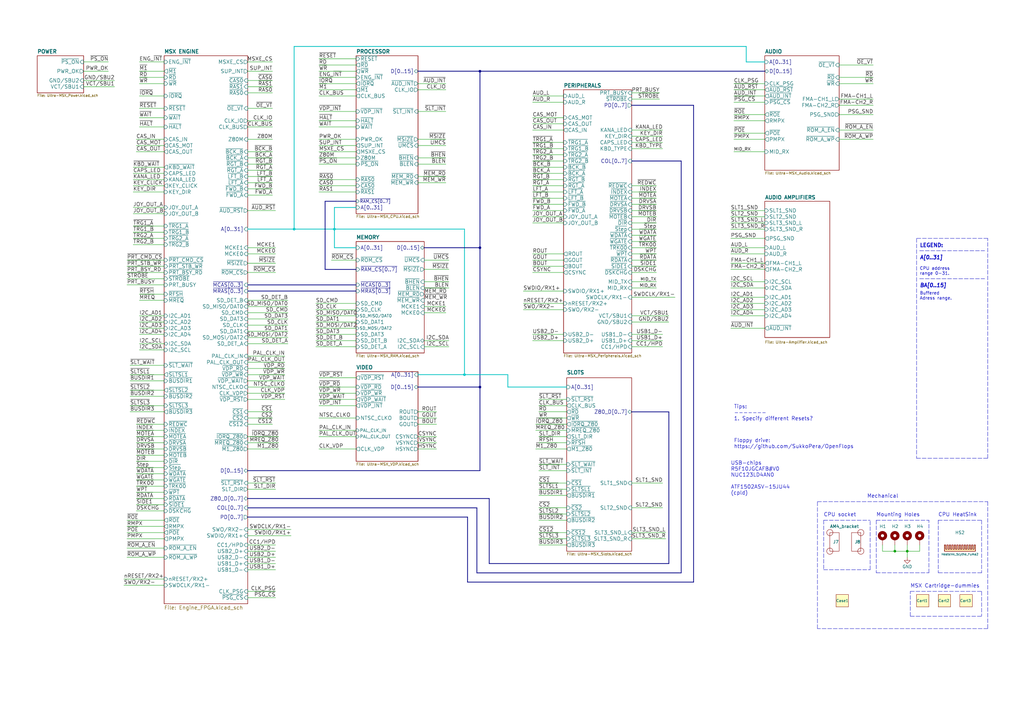
<source format=kicad_sch>
(kicad_sch (version 20211123) (generator eeschema)
  (paper "A3")
  (title_block (title "ULTRA-MSX") (date "2022-06-05") (rev "A-A"))
  (junction (at 367.03 226.06))
  (junction (at 120.65 93.98) (color 0 194 194 1))
  (junction (at 190.5 153.67) (color 0 194 194 1))
  (junction (at 196.85 158.75))
  (junction (at 137.16 93.98) (color 0 194 194 1))
  (junction (at 196.85 101.6))
  (junction (at 196.85 29.21))
  (junction (at 372.11 226.06))
  (wire (pts (xy 218.44 139.7) (xy 231.14 139.7)))
  (wire (pts (xy 184.15 142.24) (xy 173.99 142.24)))
  (wire (pts (xy 299.72 115.57) (xy 313.69 115.57)))
  (wire (pts (xy 182.88 125.73) (xy 173.99 125.73)))
  (wire (pts (xy 54.61 78.74) (xy 67.31 78.74)))
  (bus (pts (xy 306.07 25.4) (xy 313.69 25.4)) (stroke (width 0) (color 0 194 194 1)))
  (wire (pts (xy 299.72 127) (xy 313.69 127)))
  (wire (pts (xy 231.14 50.8) (xy 218.44 50.8)))
  (wire (pts (xy 269.24 101.6) (xy 259.08 101.6)))
  (bus (pts (xy 190.5 93.98) (xy 137.16 93.98)) (stroke (width 0) (color 0 194 194 1)))
  (wire (pts (xy 57.15 52.07) (xy 67.31 52.07)))
  (wire (pts (xy 54.61 76.2) (xy 67.31 76.2)))
  (wire (pts (xy 113.03 242.57) (xy 101.6 242.57)))
  (wire (pts (xy 259.08 132.08) (xy 274.32 132.08)))
  (wire (pts (xy 67.31 156.21) (xy 53.34 156.21)))
  (wire (pts (xy 118.11 128.27) (xy 101.6 128.27)))
  (wire (pts (xy 67.31 123.19) (xy 57.15 123.19)))
  (wire (pts (xy 184.15 139.7) (xy 173.99 139.7)))
  (wire (pts (xy 220.98 179.07) (xy 232.41 179.07)))
  (wire (pts (xy 55.88 209.55) (xy 67.31 209.55)))
  (wire (pts (xy 50.8 237.49) (xy 67.31 237.49)))
  (wire (pts (xy 232.41 193.04) (xy 220.98 193.04)))
  (wire (pts (xy 171.45 74.93) (xy 182.88 74.93)))
  (wire (pts (xy 55.88 57.15) (xy 67.31 57.15)))
  (wire (pts (xy 55.88 176.53) (xy 67.31 176.53)))
  (bus (pts (xy 101.6 93.98) (xy 120.65 93.98)) (stroke (width 0) (color 0 194 194 1)))
  (wire (pts (xy 52.07 114.3) (xy 67.31 114.3)))
  (wire (pts (xy 269.24 118.11) (xy 259.08 118.11)))
  (wire (pts (xy 111.76 74.93) (xy 101.6 74.93)))
  (wire (pts (xy 130.81 163.83) (xy 146.05 163.83)))
  (wire (pts (xy 218.44 106.68) (xy 231.14 106.68)))
  (bus (pts (xy 200.66 231.14) (xy 200.66 204.47)))
  (bus (pts (xy 195.58 208.28) (xy 195.58 234.95)))
  (wire (pts (xy 129.54 139.7) (xy 146.05 139.7)))
  (wire (pts (xy 358.14 40.64) (xy 344.17 40.64)))
  (wire (pts (xy 231.14 91.44) (xy 218.44 91.44)))
  (wire (pts (xy 173.99 115.57) (xy 184.15 115.57)))
  (wire (pts (xy 269.24 109.22) (xy 259.08 109.22)))
  (wire (pts (xy 146.05 29.21) (xy 130.81 29.21)))
  (bus (pts (xy 133.35 110.49) (xy 146.05 110.49)))
  (wire (pts (xy 313.69 39.37) (xy 300.99 39.37)))
  (wire (pts (xy 101.6 151.13) (xy 116.84 151.13)))
  (bus (pts (xy 191.77 212.09) (xy 191.77 238.76)))
  (wire (pts (xy 220.98 163.83) (xy 232.41 163.83)))
  (wire (pts (xy 358.14 46.99) (xy 344.17 46.99)))
  (bus (pts (xy 284.48 43.18) (xy 259.08 43.18)))
  (wire (pts (xy 146.05 158.75) (xy 130.81 158.75)))
  (wire (pts (xy 130.81 78.74) (xy 146.05 78.74)))
  (bus (pts (xy 171.45 29.21) (xy 196.85 29.21)))
  (wire (pts (xy 55.88 184.15) (xy 67.31 184.15)))
  (wire (pts (xy 232.41 210.82) (xy 220.98 210.82)))
  (wire (pts (xy 182.88 128.27) (xy 173.99 128.27)))
  (wire (pts (xy 111.76 57.15) (xy 101.6 57.15)))
  (wire (pts (xy 231.14 88.9) (xy 218.44 88.9)))
  (polyline (pts (xy 337.82 213.36) (xy 337.82 233.68)))
  (polyline (pts (xy 351.79 213.36) (xy 351.79 213.36)))
  (wire (pts (xy 101.6 171.45) (xy 111.76 171.45)))
  (wire (pts (xy 269.24 76.2) (xy 259.08 76.2)))
  (wire (pts (xy 269.24 115.57) (xy 259.08 115.57)))
  (bus (pts (xy 120.65 93.98) (xy 120.65 19.05)) (stroke (width 0) (color 0 194 194 1)))
  (wire (pts (xy 358.14 53.34) (xy 344.17 53.34)))
  (wire (pts (xy 67.31 62.23) (xy 55.88 62.23)))
  (wire (pts (xy 220.98 168.91) (xy 232.41 168.91)))
  (polyline (pts (xy 356.87 233.68) (xy 356.87 213.36)))
  (wire (pts (xy 67.31 120.65) (xy 57.15 120.65)))
  (bus (pts (xy 196.85 29.21) (xy 313.69 29.21)))
  (bus (pts (xy 146.05 101.6) (xy 137.16 101.6)) (stroke (width 0) (color 0 194 194 1)))
  (wire (pts (xy 372.11 226.06) (xy 372.11 228.6)))
  (wire (pts (xy 358.14 43.18) (xy 344.17 43.18)))
  (wire (pts (xy 232.41 200.66) (xy 220.98 200.66)))
  (bus (pts (xy 171.45 153.67) (xy 190.5 153.67)) (stroke (width 0) (color 0 194 194 1)))
  (wire (pts (xy 67.31 160.02) (xy 53.34 160.02)))
  (wire (pts (xy 171.45 45.72) (xy 182.88 45.72)))
  (wire (pts (xy 313.69 86.36) (xy 299.72 86.36)))
  (wire (pts (xy 118.11 133.35) (xy 101.6 133.35)))
  (wire (pts (xy 259.08 121.92) (xy 276.86 121.92)))
  (bus (pts (xy 101.6 208.28) (xy 195.58 208.28)))
  (wire (pts (xy 299.72 118.11) (xy 313.69 118.11)))
  (bus (pts (xy 101.6 193.04) (xy 196.85 193.04)))
  (wire (pts (xy 232.41 203.2) (xy 220.98 203.2)))
  (bus (pts (xy 101.6 212.09) (xy 191.77 212.09)))
  (wire (pts (xy 173.99 118.11) (xy 184.15 118.11)))
  (wire (pts (xy 171.45 67.31) (xy 182.88 67.31)))
  (wire (pts (xy 218.44 68.58) (xy 231.14 68.58)))
  (wire (pts (xy 269.24 111.76) (xy 259.08 111.76)))
  (wire (pts (xy 101.6 49.53) (xy 111.76 49.53)))
  (wire (pts (xy 259.08 55.88) (xy 271.78 55.88)))
  (wire (pts (xy 55.88 199.39) (xy 67.31 199.39)))
  (wire (pts (xy 116.84 156.21) (xy 101.6 156.21)))
  (wire (pts (xy 218.44 66.04) (xy 231.14 66.04)))
  (wire (pts (xy 313.69 49.53) (xy 300.99 49.53)))
  (wire (pts (xy 232.41 190.5) (xy 220.98 190.5)))
  (wire (pts (xy 113.03 223.52) (xy 101.6 223.52)))
  (polyline (pts (xy 359.41 213.36) (xy 359.41 234.95)))
  (polyline (pts (xy 375.92 187.96) (xy 405.13 187.96)))
  (wire (pts (xy 232.41 213.36) (xy 220.98 213.36)))
  (wire (pts (xy 130.81 184.15) (xy 146.05 184.15)))
  (wire (pts (xy 269.24 91.44) (xy 259.08 91.44)))
  (wire (pts (xy 113.03 226.06) (xy 101.6 226.06)))
  (polyline (pts (xy 405.13 257.81) (xy 335.28 257.81)))
  (wire (pts (xy 299.72 110.49) (xy 313.69 110.49)))
  (bus (pts (xy 259.08 168.91) (xy 274.32 168.91)))
  (bus (pts (xy 284.48 238.76) (xy 284.48 43.18)))
  (wire (pts (xy 54.61 100.33) (xy 67.31 100.33)))
  (polyline (pts (xy 384.81 213.36) (xy 402.59 213.36)))
  (wire (pts (xy 146.05 45.72) (xy 130.81 45.72)))
  (wire (pts (xy 111.76 80.01) (xy 101.6 80.01)))
  (wire (pts (xy 259.08 60.96) (xy 271.78 60.96)))
  (wire (pts (xy 173.99 106.68) (xy 184.15 106.68)))
  (wire (pts (xy 130.81 64.77) (xy 146.05 64.77)))
  (wire (pts (xy 218.44 86.36) (xy 231.14 86.36)))
  (wire (pts (xy 129.54 127) (xy 146.05 127)))
  (wire (pts (xy 259.08 129.54) (xy 274.32 129.54)))
  (wire (pts (xy 57.15 129.54) (xy 67.31 129.54)))
  (wire (pts (xy 231.14 53.34) (xy 218.44 53.34)))
  (wire (pts (xy 113.03 228.6) (xy 101.6 228.6)))
  (wire (pts (xy 269.24 96.52) (xy 259.08 96.52)))
  (wire (pts (xy 269.24 93.98) (xy 259.08 93.98)))
  (wire (pts (xy 55.88 191.77) (xy 67.31 191.77)))
  (bus (pts (xy 208.28 158.75) (xy 208.28 153.67)) (stroke (width 0) (color 0 194 194 1)))
  (wire (pts (xy 259.08 53.34) (xy 271.78 53.34)))
  (wire (pts (xy 101.6 158.75) (xy 116.84 158.75)))
  (polyline (pts (xy 335.28 257.81) (xy 335.28 205.74)))
  (wire (pts (xy 259.08 40.64) (xy 270.51 40.64)))
  (bus (pts (xy 171.45 158.75) (xy 196.85 158.75)))
  (wire (pts (xy 57.15 140.97) (xy 67.31 140.97)))
  (wire (pts (xy 101.6 219.71) (xy 119.38 219.71)))
  (wire (pts (xy 55.88 204.47) (xy 67.31 204.47)))
  (bus (pts (xy 137.16 85.09) (xy 137.16 93.98)) (stroke (width 0) (color 0 194 194 1)))
  (wire (pts (xy 57.15 48.26) (xy 67.31 48.26)))
  (wire (pts (xy 344.17 57.15) (xy 358.14 57.15)))
  (wire (pts (xy 67.31 166.37) (xy 53.34 166.37)))
  (bus (pts (xy 196.85 29.21) (xy 196.85 101.6)))
  (wire (pts (xy 218.44 60.96) (xy 231.14 60.96)))
  (wire (pts (xy 171.45 72.39) (xy 182.88 72.39)))
  (wire (pts (xy 67.31 34.29) (xy 57.15 34.29)))
  (wire (pts (xy 114.3 179.07) (xy 101.6 179.07)))
  (wire (pts (xy 259.08 139.7) (xy 271.78 139.7)))
  (wire (pts (xy 113.03 233.68) (xy 101.6 233.68)))
  (wire (pts (xy 269.24 83.82) (xy 259.08 83.82)))
  (wire (pts (xy 54.61 68.58) (xy 67.31 68.58)))
  (wire (pts (xy 171.45 179.07) (xy 179.07 179.07)))
  (wire (pts (xy 218.44 76.2) (xy 231.14 76.2)))
  (wire (pts (xy 299.72 93.98) (xy 313.69 93.98)))
  (wire (pts (xy 220.98 171.45) (xy 232.41 171.45)))
  (wire (pts (xy 232.41 223.52) (xy 220.98 223.52)))
  (wire (pts (xy 34.29 29.21) (xy 44.45 29.21)))
  (bus (pts (xy 274.32 231.14) (xy 200.66 231.14)))
  (wire (pts (xy 259.08 137.16) (xy 271.78 137.16)))
  (wire (pts (xy 146.05 34.29) (xy 130.81 34.29)))
  (polyline (pts (xy 405.13 205.74) (xy 405.13 257.81)))
  (wire (pts (xy 118.11 125.73) (xy 101.6 125.73)))
  (wire (pts (xy 118.11 123.19) (xy 101.6 123.19)))
  (wire (pts (xy 101.6 200.66) (xy 113.03 200.66)))
  (wire (pts (xy 111.76 67.31) (xy 101.6 67.31)))
  (wire (pts (xy 259.08 58.42) (xy 271.78 58.42)))
  (wire (pts (xy 118.11 138.43) (xy 101.6 138.43)))
  (wire (pts (xy 34.29 33.02) (xy 46.99 33.02)))
  (wire (pts (xy 67.31 153.67) (xy 53.34 153.67)))
  (wire (pts (xy 218.44 58.42) (xy 231.14 58.42)))
  (wire (pts (xy 299.72 91.44) (xy 313.69 91.44)))
  (wire (pts (xy 67.31 59.69) (xy 55.88 59.69)))
  (wire (pts (xy 313.69 101.6) (xy 299.72 101.6)))
  (polyline (pts (xy 373.38 252.73) (xy 402.59 252.73)))
  (wire (pts (xy 220.98 220.98) (xy 232.41 220.98)))
  (bus (pts (xy 137.16 85.09) (xy 146.05 85.09)) (stroke (width 0) (color 0 194 194 1)))
  (wire (pts (xy 130.81 67.31) (xy 146.05 67.31)))
  (wire (pts (xy 57.15 132.08) (xy 67.31 132.08)))
  (wire (pts (xy 218.44 63.5) (xy 231.14 63.5)))
  (wire (pts (xy 372.11 226.06) (xy 377.19 226.06)))
  (wire (pts (xy 269.24 81.28) (xy 259.08 81.28)))
  (wire (pts (xy 218.44 39.37) (xy 231.14 39.37)))
  (wire (pts (xy 101.6 104.14) (xy 113.03 104.14)))
  (wire (pts (xy 299.72 129.54) (xy 313.69 129.54)))
  (polyline (pts (xy 381 234.95) (xy 381 213.36)))
  (wire (pts (xy 55.88 196.85) (xy 67.31 196.85)))
  (wire (pts (xy 34.29 35.56) (xy 46.99 35.56)))
  (wire (pts (xy 116.84 148.59) (xy 101.6 148.59)))
  (wire (pts (xy 129.54 134.62) (xy 146.05 134.62)))
  (wire (pts (xy 130.81 76.2) (xy 146.05 76.2)))
  (wire (pts (xy 54.61 85.09) (xy 67.31 85.09)))
  (wire (pts (xy 300.99 41.91) (xy 313.69 41.91)))
  (polyline (pts (xy 384.81 213.36) (xy 384.81 234.95)))
  (wire (pts (xy 173.99 110.49) (xy 184.15 110.49)))
  (wire (pts (xy 55.88 186.69) (xy 67.31 186.69)))
  (wire (pts (xy 146.05 57.15) (xy 130.81 57.15)))
  (wire (pts (xy 67.31 29.21) (xy 57.15 29.21)))
  (wire (pts (xy 101.6 161.29) (xy 116.84 161.29)))
  (bus (pts (xy 306.07 19.05) (xy 306.07 25.4)) (stroke (width 0) (color 0 194 194 1)))
  (wire (pts (xy 55.88 189.23) (xy 67.31 189.23)))
  (wire (pts (xy 171.45 34.29) (xy 182.88 34.29)))
  (wire (pts (xy 171.45 59.69) (xy 182.88 59.69)))
  (wire (pts (xy 55.88 181.61) (xy 67.31 181.61)))
  (wire (pts (xy 259.08 208.28) (xy 271.78 208.28)))
  (wire (pts (xy 344.17 31.75) (xy 358.14 31.75)))
  (bus (pts (xy 137.16 93.98) (xy 137.16 101.6)) (stroke (width 0) (color 0 194 194 1)))
  (polyline (pts (xy 359.41 234.95) (xy 381 234.95)))
  (wire (pts (xy 113.03 198.12) (xy 101.6 198.12)))
  (bus (pts (xy 191.77 238.76) (xy 284.48 238.76)))
  (wire (pts (xy 146.05 176.53) (xy 130.81 176.53)))
  (polyline (pts (xy 337.82 213.36) (xy 356.87 213.36)))
  (bus (pts (xy 279.4 66.04) (xy 279.4 234.95)))
  (wire (pts (xy 372.11 223.52) (xy 372.11 226.06)))
  (bus (pts (xy 133.35 82.55) (xy 133.35 110.49)))
  (wire (pts (xy 54.61 71.12) (xy 67.31 71.12)))
  (wire (pts (xy 57.15 137.16) (xy 67.31 137.16)))
  (wire (pts (xy 67.31 215.9) (xy 52.07 215.9)))
  (wire (pts (xy 313.69 54.61) (xy 300.99 54.61)))
  (wire (pts (xy 218.44 78.74) (xy 231.14 78.74)))
  (wire (pts (xy 218.44 81.28) (xy 231.14 81.28)))
  (wire (pts (xy 179.07 184.15) (xy 171.45 184.15)))
  (wire (pts (xy 67.31 218.44) (xy 52.07 218.44)))
  (wire (pts (xy 135.89 106.68) (xy 146.05 106.68)))
  (wire (pts (xy 111.76 64.77) (xy 101.6 64.77)))
  (wire (pts (xy 313.69 88.9) (xy 299.72 88.9)))
  (wire (pts (xy 273.05 220.98) (xy 259.08 220.98)))
  (wire (pts (xy 218.44 104.14) (xy 231.14 104.14)))
  (bus (pts (xy 274.32 168.91) (xy 274.32 231.14)))
  (wire (pts (xy 361.95 223.52) (xy 361.95 226.06)))
  (wire (pts (xy 111.76 29.21) (xy 101.6 29.21)))
  (wire (pts (xy 130.81 59.69) (xy 146.05 59.69)))
  (polyline (pts (xy 402.59 242.57) (xy 402.59 252.73)))
  (wire (pts (xy 218.44 109.22) (xy 231.14 109.22)))
  (bus (pts (xy 232.41 158.75) (xy 208.28 158.75)) (stroke (width 0) (color 0 194 194 1)))
  (wire (pts (xy 130.81 52.07) (xy 146.05 52.07)))
  (wire (pts (xy 52.07 228.6) (xy 67.31 228.6)))
  (wire (pts (xy 130.81 166.37) (xy 146.05 166.37)))
  (wire (pts (xy 218.44 137.16) (xy 231.14 137.16)))
  (wire (pts (xy 67.31 73.66) (xy 54.61 73.66)))
  (wire (pts (xy 111.76 62.23) (xy 101.6 62.23)))
  (wire (pts (xy 67.31 44.45) (xy 57.15 44.45)))
  (wire (pts (xy 129.54 129.54) (xy 146.05 129.54)))
  (wire (pts (xy 55.88 201.93) (xy 67.31 201.93)))
  (wire (pts (xy 220.98 181.61) (xy 232.41 181.61)))
  (bus (pts (xy 133.35 82.55) (xy 146.05 82.55)))
  (wire (pts (xy 179.07 173.99) (xy 171.45 173.99)))
  (polyline (pts (xy 402.59 234.95) (xy 384.81 234.95)))
  (wire (pts (xy 101.6 52.07) (xy 111.76 52.07)))
  (wire (pts (xy 101.6 44.45) (xy 111.76 44.45)))
  (wire (pts (xy 67.31 162.56) (xy 53.34 162.56)))
  (wire (pts (xy 50.8 240.03) (xy 67.31 240.03)))
  (wire (pts (xy 367.03 226.06) (xy 372.11 226.06)))
  (wire (pts (xy 57.15 143.51) (xy 67.31 143.51)))
  (wire (pts (xy 259.08 38.1) (xy 270.51 38.1)))
  (wire (pts (xy 101.6 101.6) (xy 113.03 101.6)))
  (wire (pts (xy 52.07 106.68) (xy 67.31 106.68)))
  (wire (pts (xy 101.6 173.99) (xy 111.76 173.99)))
  (wire (pts (xy 101.6 153.67) (xy 116.84 153.67)))
  (wire (pts (xy 219.71 176.53) (xy 232.41 176.53)))
  (wire (pts (xy 57.15 134.62) (xy 67.31 134.62)))
  (wire (pts (xy 218.44 41.91) (xy 231.14 41.91)))
  (wire (pts (xy 313.69 46.99) (xy 300.99 46.99)))
  (wire (pts (xy 111.76 38.1) (xy 101.6 38.1)))
  (polyline (pts (xy 335.28 205.74) (xy 405.13 205.74)))
  (wire (pts (xy 232.41 208.28) (xy 220.98 208.28)))
  (wire (pts (xy 113.03 231.14) (xy 101.6 231.14)))
  (wire (pts (xy 299.72 107.95) (xy 313.69 107.95)))
  (wire (pts (xy 214.63 124.46) (xy 231.14 124.46)))
  (bus (pts (xy 195.58 234.95) (xy 279.4 234.95)))
  (wire (pts (xy 129.54 132.08) (xy 146.05 132.08)))
  (wire (pts (xy 214.63 127) (xy 231.14 127)))
  (wire (pts (xy 67.31 168.91) (xy 53.34 168.91)))
  (bus (pts (xy 196.85 101.6) (xy 196.85 158.75)))
  (bus (pts (xy 208.28 153.67) (xy 190.5 153.67)) (stroke (width 0) (color 0 194 194 1)))
  (wire (pts (xy 299.72 124.46) (xy 313.69 124.46)))
  (wire (pts (xy 300.99 34.29) (xy 313.69 34.29)))
  (wire (pts (xy 179.07 168.91) (xy 171.45 168.91)))
  (wire (pts (xy 146.05 36.83) (xy 130.81 36.83)))
  (wire (pts (xy 232.41 218.44) (xy 220.98 218.44)))
  (wire (pts (xy 129.54 142.24) (xy 146.05 142.24)))
  (wire (pts (xy 111.76 33.02) (xy 101.6 33.02)))
  (wire (pts (xy 171.45 36.83) (xy 182.88 36.83)))
  (wire (pts (xy 130.81 31.75) (xy 146.05 31.75)))
  (wire (pts (xy 118.11 140.97) (xy 101.6 140.97)))
  (wire (pts (xy 55.88 207.01) (xy 67.31 207.01)))
  (wire (pts (xy 273.05 218.44) (xy 259.08 218.44)))
  (bus (pts (xy 173.99 101.6) (xy 196.85 101.6)))
  (wire (pts (xy 269.24 106.68) (xy 259.08 106.68)))
  (wire (pts (xy 67.31 213.36) (xy 52.07 213.36)))
  (wire (pts (xy 269.24 78.74) (xy 259.08 78.74)))
  (wire (pts (xy 55.88 173.99) (xy 67.31 173.99)))
  (wire (pts (xy 214.63 119.38) (xy 231.14 119.38)))
  (wire (pts (xy 300.99 62.23) (xy 313.69 62.23)))
  (wire (pts (xy 54.61 97.79) (xy 67.31 97.79)))
  (bus (pts (xy 259.08 66.04) (xy 279.4 66.04)))
  (wire (pts (xy 259.08 142.24) (xy 271.78 142.24)))
  (wire (pts (xy 146.05 161.29) (xy 130.81 161.29)))
  (wire (pts (xy 113.03 107.95) (xy 101.6 107.95)))
  (wire (pts (xy 129.54 137.16) (xy 146.05 137.16)))
  (wire (pts (xy 361.95 226.06) (xy 367.03 226.06)))
  (wire (pts (xy 146.05 171.45) (xy 130.81 171.45)))
  (wire (pts (xy 130.81 73.66) (xy 146.05 73.66)))
  (wire (pts (xy 313.69 104.14) (xy 299.72 104.14)))
  (wire (pts (xy 55.88 179.07) (xy 67.31 179.07)))
  (wire (pts (xy 231.14 111.76) (xy 218.44 111.76)))
  (wire (pts (xy 218.44 83.82) (xy 231.14 83.82)))
  (wire (pts (xy 111.76 77.47) (xy 101.6 77.47)))
  (wire (pts (xy 220.98 166.37) (xy 232.41 166.37)))
  (wire (pts (xy 114.3 184.15) (xy 101.6 184.15)))
  (wire (pts (xy 118.11 130.81) (xy 101.6 130.81)))
  (wire (pts (xy 54.61 92.71) (xy 67.31 92.71)))
  (polyline (pts (xy 405.13 187.96) (xy 405.13 97.79)))
  (wire (pts (xy 344.17 34.29) (xy 358.14 34.29)))
  (wire (pts (xy 171.45 64.77) (xy 182.88 64.77)))
  (wire (pts (xy 377.19 223.52) (xy 377.19 226.06)))
  (wire (pts (xy 231.14 48.26) (xy 218.44 48.26)))
  (wire (pts (xy 67.31 31.75) (xy 57.15 31.75)))
  (wire (pts (xy 67.31 220.98) (xy 52.07 220.98)))
  (wire (pts (xy 299.72 97.79) (xy 313.69 97.79)))
  (wire (pts (xy 130.81 179.07) (xy 146.05 179.07)))
  (polyline (pts (xy 377.19 102.87) (xy 403.86 102.87)))
  (wire (pts (xy 101.6 168.91) (xy 111.76 168.91)))
  (wire (pts (xy 313.69 134.62) (xy 299.72 134.62)))
  (wire (pts (xy 54.61 95.25) (xy 67.31 95.25)))
  (wire (pts (xy 299.72 121.92) (xy 313.69 121.92)))
  (wire (pts (xy 55.88 194.31) (xy 67.31 194.31)))
  (polyline (pts (xy 359.41 213.36) (xy 381 213.36)))
  (wire (pts (xy 218.44 73.66) (xy 231.14 73.66)))
  (wire (pts (xy 111.76 25.4) (xy 101.6 25.4)))
  (wire (pts (xy 52.07 109.22) (xy 67.31 109.22)))
  (wire (pts (xy 101.6 146.05) (xy 116.84 146.05)))
  (wire (pts (xy 146.05 24.13) (xy 130.81 24.13)))
  (bus (pts (xy 196.85 158.75) (xy 196.85 193.04)))
  (wire (pts (xy 313.69 57.15) (xy 300.99 57.15)))
  (bus (pts (xy 120.65 19.05) (xy 306.07 19.05)) (stroke (width 0) (color 0 194 194 1)))
  (wire (pts (xy 129.54 124.46) (xy 146.05 124.46)))
  (wire (pts (xy 130.81 39.37) (xy 146.05 39.37)))
  (wire (pts (xy 113.03 86.36) (xy 101.6 86.36)))
  (wire (pts (xy 111.76 69.85) (xy 101.6 69.85)))
  (wire (pts (xy 300.99 36.83) (xy 313.69 36.83)))
  (wire (pts (xy 111.76 72.39) (xy 101.6 72.39)))
  (wire (pts (xy 67.31 149.86) (xy 53.34 149.86)))
  (wire (pts (xy 116.84 163.83) (xy 101.6 163.83)))
  (wire (pts (xy 101.6 217.17) (xy 119.38 217.17)))
  (bus (pts (xy 190.5 93.98) (xy 190.5 153.67)) (stroke (width 0) (color 0 194 194 1)))
  (wire (pts (xy 130.81 154.94) (xy 146.05 154.94)))
  (wire (pts (xy 219.71 184.15) (xy 232.41 184.15)))
  (wire (pts (xy 118.11 135.89) (xy 101.6 135.89)))
  (wire (pts (xy 269.24 88.9) (xy 259.08 88.9)))
  (wire (pts (xy 182.88 57.15) (xy 171.45 57.15)))
  (wire (pts (xy 101.6 181.61) (xy 114.3 181.61)))
  (wire (pts (xy 179.07 171.45) (xy 171.45 171.45)))
  (bus (pts (xy 101.6 119.38) (xy 146.05 119.38)))
  (wire (pts (xy 130.81 49.53) (xy 146.05 49.53)))
  (wire (pts (xy 113.03 245.11) (xy 101.6 245.11)))
  (wire (pts (xy 269.24 104.14) (xy 259.08 104.14)))
  (polyline (pts (xy 375.92 97.79) (xy 375.92 187.96)))
  (wire (pts (xy 219.71 173.99) (xy 232.41 173.99)))
  (bus (pts (xy 101.6 116.84) (xy 146.05 116.84)))
  (wire (pts (xy 52.07 224.79) (xy 67.31 224.79)))
  (wire (pts (xy 269.24 99.06) (xy 259.08 99.06)))
  (wire (pts (xy 269.24 86.36) (xy 259.08 86.36)))
  (wire (pts (xy 232.41 198.12) (xy 220.98 198.12)))
  (wire (pts (xy 259.08 198.12) (xy 271.78 198.12)))
  (wire (pts (xy 44.45 25.4) (xy 34.29 25.4)))
  (wire (pts (xy 367.03 223.52) (xy 367.03 226.06)))
  (polyline (pts (xy 402.59 213.36) (xy 402.59 234.95)))
  (polyline (pts (xy 373.38 252.73) (xy 373.38 242.57)))
  (wire (pts (xy 67.31 116.84) (xy 52.07 116.84)))
  (bus (pts (xy 101.6 204.47) (xy 200.66 204.47)))
  (wire (pts (xy 52.07 111.76) (xy 67.31 111.76)))
  (wire (pts (xy 57.15 25.4) (xy 67.31 25.4)))
  (wire (pts (xy 111.76 35.56) (xy 101.6 35.56)))
  (polyline (pts (xy 373.38 242.57) (xy 402.59 242.57)))
  (polyline (pts (xy 337.82 233.68) (xy 356.87 233.68)))
  (wire (pts (xy 146.05 26.67) (xy 130.81 26.67)))
  (wire (pts (xy 54.61 87.63) (xy 67.31 87.63)))
  (bus (pts (xy 120.65 93.98) (xy 137.16 93.98)) (stroke (width 0) (color 0 194 194 1)))
  (wire (pts (xy 179.07 181.61) (xy 171.45 181.61)))
  (wire (pts (xy 67.31 39.37) (xy 57.15 39.37)))
  (wire (pts (xy 130.81 62.23) (xy 146.05 62.23)))
  (polyline (pts (xy 405.13 97.79) (xy 375.92 97.79)))
  (polyline (pts (xy 377.19 114.3) (xy 403.86 114.3)))
  (wire (pts (xy 344.17 26.67) (xy 358.14 26.67)))
  (wire (pts (xy 218.44 71.12) (xy 231.14 71.12)))
  (wire (pts (xy 113.03 111.76) (xy 101.6 111.76)))
  (text "MSX Cartridge-dummies" (at 373.38 241.3 0) (effects (font (size 1.524 1.524)) (justify left bottom)))
  (text "Mounting Holes" (at 359.41 212.09 0) (effects (font (size 1.524 1.524)) (justify left bottom)))
  (text "BA[0..15]\n" (at 377.19 118.11 0) (effects (font (size 1.524 1.524) (thickness 0.3048) bold italic) (justify left bottom)))
  (text "Tips:\n-------\n1. Specify different Resets?" (at 300.99 172.72 0) (effects (font (size 1.524 1.524)) (justify left bottom)))
  (text "Buffered \nAdress range.\n" (at 377.19 123.19 0) (effects (font (size 1.27 1.27)) (justify left bottom)))
  (text "LEGEND:\n\n" (at 377.19 104.14 0) (effects (font (size 1.524 1.524) (thickness 0.3048) bold) (justify left bottom)))
  (text "Floppy drive:\nhttps://github.com/SukkoPera/OpenFlops" (at 300.99 184.15 0) (effects (font (size 1.524 1.524)) (justify left bottom)))
  (text "CPU address \nrange 0-31.\n" (at 377.19 113.03 0) (effects (font (size 1.27 1.27)) (justify left bottom)))
  (text "Mechanical" (at 355.6 204.47 0) (effects (font (size 1.524 1.524)) (justify left bottom)))
  (text "CPU HeatSink" (at 384.81 212.09 0) (effects (font (size 1.524 1.524)) (justify left bottom)))
  (text "CPU socket" (at 337.82 212.09 0) (effects (font (size 1.524 1.524)) (justify left bottom)))
  (text "USB-chips\nR5F10JGCAFB#V0\nNUC123LD4AN0\n\nATF1502ASV-15JU44\n(cpld)\n" (at 299.72 203.2 0) (effects (font (size 1.524 1.524)) (justify left bottom)))
  (text "A[0..31] \n" (at 377.19 106.68 0) (effects (font (size 1.524 1.524) (thickness 0.3048) bold italic) (justify left bottom)))
  (label "~{PRT_STB_WR}" (at 52.07 109.22 0) (effects (font (size 1.524 1.524))))
  (label "MSXE_CS" (at 111.76 25.4 180) (effects (font (size 1.524 1.524))))
  (label "SWDIO{slash}RX1+" (at 119.38 219.71 180) (effects (font (size 1.524 1.524))))
  (label "~{ROE}" (at 300.99 46.99 0) (effects (font (size 1.524 1.524))))
  (label "CAPS_LED" (at 54.61 71.12 0) (effects (font (size 1.524 1.524))))
  (label "~{WAIT}" (at 130.81 52.07 0) (effects (font (size 1.5494 1.5494))))
  (label "GOUT" (at 218.44 106.68 0) (effects (font (size 1.524 1.524))))
  (label "SD_DET_B" (at 129.54 139.7 0) (effects (font (size 1.524 1.524))))
  (label "~{UMCS}" (at 182.88 59.69 180) (effects (font (size 1.524 1.524))))
  (label "I2C_SCL" (at 299.72 115.57 0) (effects (font (size 1.524 1.524))))
  (label "~{RGT_B}" (at 218.44 73.66 0) (effects (font (size 1.524 1.524))))
  (label "~{TRK00}" (at 269.24 101.6 180) (effects (font (size 1.524 1.524))))
  (label "~{TRG1_B}" (at 218.44 60.96 0) (effects (font (size 1.524 1.524))))
  (label "ENG_~{INT}" (at 130.81 31.75 0) (effects (font (size 1.54 1.54))))
  (label "~{MOTEA}" (at 269.24 81.28 180) (effects (font (size 1.524 1.524))))
  (label "~{BCK_B}" (at 218.44 68.58 0) (effects (font (size 1.524 1.524))))
  (label "SD_CMD" (at 118.11 128.27 180) (effects (font (size 1.524 1.524))))
  (label "I2C_AD1" (at 57.15 129.54 0) (effects (font (size 1.524 1.524))))
  (label "~{DRVSB}" (at 269.24 86.36 180) (effects (font (size 1.524 1.524))))
  (label "~{WDATA}" (at 55.88 194.31 0) (effects (font (size 1.524 1.524))))
  (label "SD_DAT3" (at 118.11 130.81 180) (effects (font (size 1.524 1.524))))
  (label "~{WGATE}" (at 269.24 99.06 180) (effects (font (size 1.524 1.524))))
  (label "Z80M" (at 130.81 64.77 0) (effects (font (size 1.524 1.524))))
  (label "SD_MOSI{slash}DAT2" (at 118.11 138.43 180) (effects (font (size 1.524 1.524))))
  (label "~{MSIZE}" (at 113.03 107.95 180) (effects (font (size 1.524 1.524))))
  (label "~{TRG2_A}" (at 218.44 63.5 0) (effects (font (size 1.524 1.524))))
  (label "~{BCK_A}" (at 218.44 71.12 0) (effects (font (size 1.524 1.524))))
  (label "~{BUSDIR1}" (at 220.98 203.2 0) (effects (font (size 1.524 1.524))))
  (label "SLT2_SND" (at 271.78 208.28 180) (effects (font (size 1.524 1.524))))
  (label "Z80M" (at 111.76 57.15 180) (effects (font (size 1.524 1.524))))
  (label "~{DIR}" (at 55.88 189.23 0) (effects (font (size 1.524 1.524))))
  (label "~{AUD_INT}" (at 300.99 39.37 0) (effects (font (size 1.524 1.524))))
  (label "~{VDP_WR}" (at 116.84 153.67 180) (effects (font (size 1.524 1.524))))
  (label "SD_DAT1" (at 129.54 132.08 0) (effects (font (size 1.524 1.524))))
  (label "~{RGT_B}" (at 111.76 67.31 180) (effects (font (size 1.524 1.524))))
  (label "~{SLT_WAIT}" (at 220.98 190.5 0) (effects (font (size 1.524 1.524))))
  (label "SD_DAT3" (at 129.54 137.16 0) (effects (font (size 1.524 1.524))))
  (label "USB1_D-" (at 113.03 231.14 180) (effects (font (size 1.524 1.524))))
  (label "KBD_TYPE" (at 271.78 60.96 180) (effects (font (size 1.524 1.524))))
  (label "SWDIO{slash}RX1+" (at 214.63 119.38 0) (effects (font (size 1.524 1.524))))
  (label "~{RAS0}" (at 111.76 38.1 180) (effects (font (size 1.524 1.524))))
  (label "~{PS_ON}" (at 130.81 67.31 0) (effects (font (size 1.524 1.524))))
  (label "AUD_R" (at 218.44 41.91 0) (effects (font (size 1.524 1.524))))
  (label "~{VDP_RD}" (at 116.84 151.13 180) (effects (font (size 1.524 1.524))))
  (label "~{BUSDIR1}" (at 53.34 156.21 0) (effects (font (size 1.524 1.524))))
  (label "~{MREQ_Z80}" (at 219.71 176.53 0) (effects (font (size 1.524 1.524))))
  (label "CC1{slash}HPD" (at 113.03 223.52 180) (effects (font (size 1.524 1.524))))
  (label "SD_MOSI{slash}DAT2" (at 129.54 134.62 0) (effects (font (size 1.524 1.524))))
  (label "~{FWD_A}" (at 218.44 86.36 0) (effects (font (size 1.524 1.524))))
  (label "MID_RX" (at 300.99 62.23 0))
  (label "PSG_SND" (at 299.72 97.79 0) (effects (font (size 1.524 1.524))))
  (label "~{RD}" (at 358.14 31.75 180) (effects (font (size 1.524 1.524))))
  (label "~{PRT_CMD_CS}" (at 52.07 106.68 0) (effects (font (size 1.524 1.524))))
  (label "CC1{slash}HPD" (at 271.78 142.24 180) (effects (font (size 1.524 1.524))))
  (label "SD_CMD" (at 129.54 124.46 0) (effects (font (size 1.524 1.524))))
  (label "~{Step}" (at 55.88 191.77 0) (effects (font (size 1.524 1.524))))
  (label "~{SLTSL2}" (at 220.98 210.82 0) (effects (font (size 1.524 1.524))))
  (label "NTSC_CLKO" (at 116.84 158.75 180) (effects (font (size 1.524 1.524))))
  (label "CLK_PSG" (at 300.99 34.29 0) (effects (font (size 1.524 1.524))))
  (label "~{WDATA}" (at 269.24 96.52 180) (effects (font (size 1.524 1.524))))
  (label "~{ROM_A_EN}" (at 358.14 53.34 180) (effects (font (size 1.524 1.524))))
  (label "BOUT" (at 218.44 109.22 0) (effects (font (size 1.524 1.524))))
  (label "~{MEM_RD}" (at 182.88 72.39 180) (effects (font (size 1.524 1.524))))
  (label "CLK_BUS" (at 130.81 39.37 0) (effects (font (size 1.524 1.524))))
  (label "~{BLEN}" (at 182.88 67.31 180) (effects (font (size 1.524 1.524))))
  (label "I2C_AD2" (at 299.72 124.46 0) (effects (font (size 1.524 1.524))))
  (label "~{RESET}" (at 57.15 44.45 0) (effects (font (size 1.524 1.524))))
  (label "AUD_L" (at 218.44 39.37 0) (effects (font (size 1.524 1.524))))
  (label "MCKE1" (at 182.88 125.73 180) (effects (font (size 1.524 1.524))))
  (label "~{WAIT}" (at 57.15 48.26 0) (effects (font (size 1.524 1.524))))
  (label "~{CS2}" (at 111.76 171.45 180) (effects (font (size 1.524 1.524))))
  (label "~{CAS0}" (at 111.76 33.02 180) (effects (font (size 1.524 1.524))))
  (label "JOY_OUT_A" (at 218.44 88.9 0) (effects (font (size 1.524 1.524))))
  (label "~{LFT_B}" (at 111.76 72.39 180) (effects (font (size 1.524 1.524))))
  (label "~{RAS1}" (at 111.76 35.56 180) (effects (font (size 1.524 1.524))))
  (label "PRT_BUSY" (at 52.07 116.84 0) (effects (font (size 1.524 1.524))))
  (label "~{BUSDIR3}" (at 220.98 223.52 0) (effects (font (size 1.524 1.524))))
  (label "~{TRG1_A}" (at 54.61 92.71 0) (effects (font (size 1.524 1.524))))
  (label "PMPX" (at 300.99 57.15 0) (effects (font (size 1.524 1.524))))
  (label "~{OE_VT}" (at 358.14 26.67 180) (effects (font (size 1.524 1.524))))
  (label "I2C_AD3" (at 57.15 134.62 0) (effects (font (size 1.524 1.524))))
  (label "~{VDP_WAIT}" (at 130.81 163.83 0) (effects (font (size 1.524 1.524))))
  (label "~{PSG_CS}" (at 113.03 245.11 180) (effects (font (size 1.524 1.524))))
  (label "~{WR}" (at 130.81 29.21 0) (effects (font (size 1.524 1.524))))
  (label "~{AUD_INT}" (at 182.88 34.29 180) (effects (font (size 1.524 1.524))))
  (label "RMPX" (at 52.07 215.9 0) (effects (font (size 1.524 1.524))))
  (label "~{AUD_INT}" (at 299.72 134.62 0) (effects (font (size 1.524 1.524))))
  (label "~{RFSH}" (at 220.98 181.61 0) (effects (font (size 1.524 1.524))))
  (label "~{VDP_WAIT}" (at 116.84 156.21 180) (effects (font (size 1.524 1.524))))
  (label "CLK_VDP" (at 130.81 184.15 0) (effects (font (size 1.524 1.524))))
  (label "~{FWD_B}" (at 111.76 77.47 180) (effects (font (size 1.524 1.524))))
  (label "~{VDP_RD}" (at 130.81 158.75 0) (effects (font (size 1.524 1.524))))
  (label "~{BCK_B}" (at 111.76 62.23 180) (effects (font (size 1.524 1.524))))
  (label "~{UMCS}" (at 184.15 106.68 180) (effects (font (size 1.524 1.524))))
  (label "~{SLTSL3}" (at 53.34 166.37 0) (effects (font (size 1.524 1.524))))
  (label "I2C_SCL" (at 184.15 142.24 180) (effects (font (size 1.524 1.524))))
  (label "~{VDP_RST}" (at 130.81 154.94 0) (effects (font (size 1.524 1.524))))
  (label "~{CS1}" (at 220.98 198.12 0) (effects (font (size 1.524 1.524))))
  (label "~{TRG2_B}" (at 218.44 66.04 0) (effects (font (size 1.524 1.524))))
  (label "HSYNC" (at 179.07 184.15 180) (effects (font (size 1.524 1.524))))
  (label "~{WR}" (at 220.98 171.45 0) (effects (font (size 1.524 1.524))))
  (label "~{DRVSA}" (at 269.24 83.82 180) (effects (font (size 1.524 1.524))))
  (label "~{MOTEB}" (at 55.88 186.69 0) (effects (font (size 1.524 1.524))))
  (label "PAL_CLK_IN" (at 116.84 146.05 180) (effects (font (size 1.524 1.524))))
  (label "~{M1_Z80}" (at 114.3 184.15 180) (effects (font (size 1.524 1.524))))
  (label "USB2_D-" (at 218.44 137.16 0) (effects (font (size 1.524 1.524))))
  (label "FMA-CH2_R" (at 299.72 110.49 0) (effects (font (size 1.524 1.524))))
  (label "BOUT" (at 179.07 173.99 180) (effects (font (size 1.524 1.524))))
  (label "SLT2_SND" (at 299.72 88.9 0) (effects (font (size 1.524 1.524))))
  (label "~{DRVSA}" (at 55.88 181.61 0) (effects (font (size 1.524 1.524))))
  (label "GND{slash}SBU2" (at 274.32 132.08 180) (effects (font (size 1.524 1.524))))
  (label "~{RGT_A}" (at 111.76 69.85 180) (effects (font (size 1.524 1.524))))
  (label "JOY_OUT_B" (at 54.61 87.63 0) (effects (font (size 1.524 1.524))))
  (label "SLT3_SND_L" (at 299.72 91.44 0) (effects (font (size 1.524 1.524))))
  (label "~{RD}" (at 130.81 26.67 0) (effects (font (size 1.524 1.524))))
  (label "SWDCLK{slash}RX1-" (at 119.38 217.17 180) (effects (font (size 1.524 1.524))))
  (label "~{RAS0}" (at 130.81 73.66 0) (effects (font (size 1.524 1.524))))
  (label "~{VDP_WR}" (at 130.81 161.29 0) (effects (font (size 1.524 1.524))))
  (label "SD_MISO{slash}DAT0" (at 129.54 129.54 0) (effects (font (size 1.524 1.524))))
  (label "~{IORQ_Z80}" (at 219.71 173.99 0) (effects (font (size 1.524 1.524))))
  (label "AUD_L" (at 299.72 101.6 0) (effects (font (size 1.524 1.524))))
  (label "~{POE}" (at 52.07 218.44 0) (effects (font (size 1.524 1.524))))
  (label "~{LFT_A}" (at 111.76 74.93 180) (effects (font (size 1.524 1.524))))
  (label "~{FWD_B}" (at 218.44 83.82 0) (effects (font (size 1.524 1.524))))
  (label "FMA-CH2_R" (at 358.14 43.18 180) (effects (font (size 1.524 1.524))))
  (label "~{M1}" (at 57.15 29.21 0) (effects (font (size 1.524 1.524))))
  (label "I2C_SDA" (at 299.72 118.11 0) (effects (font (size 1.524 1.524))))
  (label "CAS_IN" (at 218.44 53.34 0) (effects (font (size 1.524 1.524))))
  (label "USB1_D+" (at 113.03 233.68 180) (effects (font (size 1.524 1.524))))
  (label "CSYNC" (at 179.07 179.07 180) (effects (font (size 1.524 1.524))))
  (label "CLK_PSG" (at 113.03 242.57 180) (effects (font (size 1.524 1.524))))
  (label "CLK_IO" (at 182.88 36.83 180) (effects (font (size 1.524 1.524))))
  (label "~{MEM_WR}" (at 173.99 123.19 0) (effects (font (size 1.524 1.524))))
  (label "~{TRG2_B}" (at 54.61 100.33 0) (effects (font (size 1.524 1.524))))
  (label "CAS_MOT" (at 218.44 48.26 0) (effects (font (size 1.524 1.524))))
  (label "~{POE}" (at 300.99 54.61 0) (effects (font (size 1.524 1.524))))
  (label "~{RDATA}" (at 269.24 106.68 180) (effects (font (size 1.524 1.524))))
  (label "~{OE_VT}" (at 111.76 44.45 180) (effects (font (size 1.524 1.524))))
  (label "KANA_LED" (at 54.61 73.66 0) (effects (font (size 1.524 1.524))))
  (label "~{RD}" (at 57.15 31.75 0) (effects (font (size 1.524 1.524))))
  (label "I2C_AD3" (at 299.72 127 0) (effects (font (size 1.524 1.524))))
  (label "~{AUD_RST}" (at 300.99 36.83 0) (effects (font (size 1.524 1.524))))
  (label "SD_DAT1" (at 118.11 135.89 180) (effects (font (size 1.524 1.524))))
  (label "~{M1_Z80}" (at 219.71 184.15 0) (effects (font (size 1.524 1.524))))
  (label "~{MSIZE}" (at 184.15 110.49 180) (effects (font (size 1.524 1.524))))
  (label "~{CS12}" (at 111.76 173.99 180) (effects (font (size 1.524 1.524))))
  (label "nRESET{slash}RX2+" (at 50.8 237.49 0) (effects (font (size 1.524 1.524))))
  (label "SWO{slash}RX2-" (at 50.8 240.03 0) (effects (font (size 1.524 1.524))))
  (label "~{WPT}" (at 55.88 201.93 0) (effects (font (size 1.524 1.524))))
  (label "MID_RX" (at 269.24 118.11 180))
  (label "~{M1}" (at 130.81 36.83 0) (effects (font (size 1.524 1.524))))
  (label "~{CS2}" (at 220.98 208.28 0) (effects (font (size 1.524 1.524))))
  (label "ROUT" (at 218.44 104.14 0) (effects (font (size 1.524 1.524))))
  (label "~{SLTSL1}" (at 53.34 153.67 0) (effects (font (size 1.524 1.524))))
  (label "~{MREQ}" (at 57.15 123.19 0) (effects (font (size 1.524 1.524))))
  (label "~{DSKCHG}" (at 55.88 209.55 0) (effects (font (size 1.524 1.524))))
  (label "~{INDEX}" (at 55.88 176.53 0) (effects (font (size 1.524 1.524))))
  (label "PAL_CLK_IN" (at 130.81 176.53 0) (effects (font (size 1.524 1.524))))
  (label "GOUT" (at 179.07 171.45 180) (effects (font (size 1.524 1.524))))
  (label "~{VDP_RST}" (at 116.84 163.83 180) (effects (font (size 1.524 1.524))))
  (label "MCKE1" (at 113.03 101.6 180) (effects (font (size 1.524 1.524))))
  (label "SLT_DIR" (at 113.03 200.66 180) (effects (font (size 1.524 1.524))))
  (label "SD_CLK" (at 118.11 133.35 180) (effects (font (size 1.524 1.524))))
  (label "PAL_CLK_OUT" (at 116.84 148.59 180) (effects (font (size 1.524 1.524))))
  (label "~{SLT_WAIT}" (at 53.34 149.86 0) (effects (font (size 1.524 1.524))))
  (label "PSG_SND" (at 358.14 46.99 180) (effects (font (size 1.524 1.524))))
  (label "~{PSG_CS}" (at 300.99 41.91 0) (effects (font (size 1.524 1.524))))
  (label "~{MEM_RD}" (at 173.99 120.65 0) (effects (font (size 1.524 1.524))))
  (label "~{TRG1_B}" (at 54.61 95.25 0) (effects (font (size 1.524 1.524))))
  (label "MSXE_CS" (at 130.81 62.23 0) (effects (font (size 1.524 1.524))))
  (label "~{WGATE}" (at 55.88 196.85 0) (effects (font (size 1.524 1.524))))
  (label "USB2_D+" (at 113.03 228.6 180) (effects (font (size 1.524 1.524))))
  (label "~{BUSDIR2}" (at 53.34 162.56 0) (effects (font (size 1.524 1.524))))
  (label "~{WR}" (at 358.14 34.29 180) (effects (font (size 1.524 1.524))))
  (label "~{BLEN}" (at 184.15 118.11 180) (effects (font (size 1.524 1.524))))
  (label "MCKE0" (at 182.88 128.27 180) (effects (font (size 1.524 1.524))))
  (label "CAS_IN" (at 55.88 57.15 0) (effects (font (size 1.524 1.524))))
  (label "I2C_AD1" (at 299.72 121.92 0) (effects (font (size 1.524 1.524))))
  (label "~{MREQ_Z80}" (at 114.3 181.61 180) (effects (font (size 1.524 1.524))))
  (label "~{SLTSL1}" (at 220.98 200.66 0) (effects (font (size 1.524 1.524))))
  (label "I2C_SDA" (at 184.15 139.7 180) (effects (font (size 1.524 1.524))))
  (label "~{SIDE1}" (at 55.88 207.01 0) (effects (font (size 1.524 1.524))))
  (label "~{MSIZE}" (at 182.88 57.15 180) (effects (font (size 1.524 1.524))))
  (label "~{ROM_CS}" (at 113.03 111.76 180) (effects (font (size 1.524 1.524))))
  (label "~{BUSDIR2}" (at 220.98 213.36 0) (effects (font (size 1.524 1.524))))
  (label "PRT_BUSY" (at 270.51 38.1 180) (effects (font (size 1.524 1.524))))
  (label "CAS_MOT" (at 55.88 59.69 0) (effects (font (size 1.524 1.524))))
  (label "~{RDATA}" (at 55.88 204.47 0) (effects (font (size 1.524 1.524))))
  (label "PWR_OK" (at 130.81 57.15 0) (effects (font (size 1.524 1.524))))
  (label "SUP_INT" (at 111.76 29.21 180) (effects (font (size 1.524 1.524))))
  (label "~{MOTEA}" (at 55.88 179.07 0) (effects (font (size 1.524 1.524))))
  (label "~{PRT_BSY_RD}" (at 52.07 111.76 0) (effects (font (size 1.524 1.524))))
  (label "AUD_R" (at 299.72 104.14 0) (effects (font (size 1.524 1.524))))
  (label "~{WPT}" (at 269.24 104.14 180) (effects (font (size 1.524 1.524))))
  (label "GND{slash}SBU2" (at 46.99 33.02 180) (effects (font (size 1.524 1.524))))
  (label "~{STROBE}" (at 270.51 40.64 180) (effects (font (size 1.524 1.524))))
  (label "~{ROE}" (at 52.07 213.36 0) (effects (font (size 1.524 1.524))))
  (label "SLT_DIR" (at 220.98 179.07 0) (effects (font (size 1.524 1.524))))
  (label "~{CS12}" (at 220.98 218.44 0) (effects (font (size 1.524 1.524))))
  (label "CLK_BUS" (at 220.98 166.37 0) (effects (font (size 1.524 1.524))))
  (label "SWO{slash}RX2-" (at 214.63 127 0) (effects (font (size 1.524 1.524))))
  (label "~{KBD_WAIT}" (at 54.61 68.58 0) (effects (font (size 1.524 1.524))))
  (label "I2C_AD4" (at 57.15 137.16 0) (effects (font (size 1.524 1.524))))
  (label "~{IORQ}" (at 57.15 39.37 0) (effects (font (size 1.524 1.524))))
  (label "I2C_SDA" (at 57.15 143.51 0) (effects (font (size 1.524 1.524))))
  (label "nRESET{slash}RX2+" (at 214.63 124.46 0) (effects (font (size 1.524 1.524))))
  (label "I2C_AD4" (at 299.72 129.54 0) (effects (font (size 1.524 1.524))))
  (label "~{WR}" (at 57.15 34.29 0) (effects (font (size 1.524 1.524))))
  (label "PMPX" (at 52.07 220.98 0) (effects (font (size 1.524 1.524))))
  (label "~{SLT_INT}" (at 182.88 45.72 180) (effects (font (size 1.524 1.524))))
  (label "~{ROM_CS}" (at 135.89 106.68 0) (effects (font (size 1.524 1.524))))
  (label "~{REDWC}" (at 55.88 173.99 0) (effects (font (size 1.524 1.524))))
  (label "~{DIR}" (at 269.24 91.44 180) (effects (font (size 1.524 1.524))))
  (label "I2C_AD2" (at 57.15 132.08 0) (effects (font (size 1.524 1.524))))
  (label "SD_DET_A" (at 129.54 142.24 0) (effects (font (size 1.524 1.524))))
  (label "~{ROM_A_WP}" (at 358.14 57.15 180) (effects (font (size 1.524 1.524))))
  (label "PWR_OK" (at 44.45 29.21 180) (effects (font (size 1.524 1.524))))
  (label "~{ROM_A_EN}" (at 52.07 224.79 0) (effects (font (size 1.524 1.524))))
  (label "~{IORQ_Z80}" (at 114.3 179.07 180) (effects (font (size 1.524 1.524))))
  (label "~{HALT}" (at 57.15 52.07 0) (effects (font (size 1.5494 1.5494))))
  (label "CLK_BUS" (at 111.76 52.07 180) (effects (font (size 1.524 1.524))))
  (label "~{VDP_INT}" (at 130.81 166.37 0) (effects (font (size 1.524 1.524))))
  (label "~{TRG1_A}" (at 218.44 58.42 0) (effects (font (size 1.524 1.524))))
  (label "~{SLT_RST}" (at 113.03 198.12 180) (effects (font (size 1.524 1.524))))
  (label "CAPS_LED" (at 271.78 58.42 180) (effects (font (size 1.524 1.524))))
  (label "VSYNC" (at 179.07 181.61 180) (effects (font (size 1.524 1.524))))
  (label "~{STROBE}" (at 52.07 114.3 0) (effects (font (size 1.524 1.524))))
  (label "USB2_D+" (at 218.44 139.7 0) (effects (font (size 1.524 1.524))))
  (label "~{RFSH}" (at 57.15 120.65 0) (effects (font (size 1.524 1.524))))
  (label "KANA_LED" (at 271.78 53.34 180) (effects (font (size 1.524 1.524))))
  (label "~{MEM_WR}" (at 182.88 74.93 180) (effects (font (size 1.524 1.524))))
  (label "~{SLT_INT}" (at 220.98 193.04 0) (effects (font (size 1.524 1.524))))
  (label "CSYNC" (at 218.44 111.76 0) (effects (font (size 1.524 1.524))))
  (label "VCT{slash}SBU1" (at 274.32 129.54 180) (effects (font (size 1.524 1.524))))
  (label "KEY_DIR" (at 54.61 78.74 0) (effects (font (size 1.524 1.524))))
  (label "~{TRK00}" (at 55.88 199.39 0) (effects (font (size 1.524 1.524))))
  (label "~{BHEN}" (at 182.88 64.77 180) (effects (font (size 1.524 1.524))))
  (label "~{FWD_A}" (at 111.76 80.01 180) (effects (font (size 1.524 1.524))))
  (label "SLT1_SND" (at 271.78 198.12 180) (effects (font (size 1.524 1.524))))
  (label "PAL_CLK_OUT" (at 130.81 179.07 0) (effects (font (size 1.524 1.524))))
  (label "USB1_D+" (at 271.78 139.7 180) (effects (font (size 1.524 1.524))))
  (label "~{REDWC}" (at 269.24 76.2 180) (effects (font (size 1.524 1.524))))
  (label "SD_CLK" (at 129.54 127 0) (effects (font (size 1.524 1.524))))
  (label "~{RGT_A}" (at 218.44 76.2 0) (effects (font (size 1.524 1.524))))
  (label "~{TRG2_A}" (at 54.61 97.79 0) (effects (font (size 1.524 1.524))))
  (label "~{PS_ON}" (at 44.45 25.4 180) (effects (font (size 1.524 1.524))))
  (label "~{RESET}" (at 130.81 24.13 0) (effects (font (size 1.524 1.524))))
  (label "~{CS1}" (at 111.76 168.91 180) (effects (font (size 1.524 1.524))))
  (label "SUP_INT" (at 130.81 59.69 0) (effects (font (size 1.524 1.524))))
  (label "SLT1_SND" (at 299.72 86.36 0) (effects (font (size 1.524 1.524))))
  (label "~{RAS1}" (at 130.81 78.74 0) (effects (font (size 1.524 1.524))))
  (label "~{BHEN}" (at 184.15 115.57 180) (effects (font (size 1.524 1.524))))
  (label "SD_DET_B" (at 118.11 123.19 180) (effects (font (size 1.524 1.524))))
  (label "MCKE0" (at 113.03 104.14 180) (effects (font (size 1.524 1.524))))
  (label "SLT3_SND_R" (at 273.05 220.98 180) (effects (font (size 1.524 1.524))))
  (label "~{IORQ}" (at 130.81 34.29 0) (effects (font (size 1.524 1.524))))
  (label "~{AUD_RST}" (at 113.03 86.36 180) (effects (font (size 1.524 1.524))))
  (label "~{SLTSL2}" (at 53.34 160.02 0) (effects (font (size 1.524 1.524))))
  (label "CAS_OUT" (at 218.44 50.8 0) (effects (font (size 1.524 1.524))))
  (label "FMA-CH1_L" (at 299.72 107.95 0) (effects (font (size 1.524 1.524))))
  (label "~{HALT}" (at 130.81 49.53 0) (effects (font (size 1.5494 1.5494))))
  (label "JOY_OUT_A" (at 54.61 85.09 0) (effects (font (size 1.524 1.524))))
  (label "~{ROM_A_WP}" (at 52.07 228.6 0) (effects (font (size 1.524 1.524))))
  (label "~{SLT_RST}" (at 220.98 163.83 0) (effects (font (size 1.524 1.524))))
  (label "RMPX" (at 300.99 49.53 0) (effects (font (size 1.524 1.524))))
  (label "~{RD}" (at 220.98 168.91 0) (effects (font (size 1.524 1.524))))
  (label "USB2_D-" (at 113.03 226.06 180) (effects (font (size 1.524 1.524))))
  (label "~{LFT_A}" (at 218.44 78.74 0) (effects (font (size 1.524 1.524))))
  (label "KEY_DIR" (at 271.78 55.88 180) (effects (font (size 1.524 1.524))))
  (label "~{CAS0}" (at 130.81 76.2 0) (effects (font (size 1.524 1.524))))
  (label "CAS_OUT" (at 55.88 62.23 0) (effects (font (size 1.524 1.524))))
  (label "~{DSKCHG}" (at 269.24 111.76 180) (effects (font (size 1.524 1.524))))
  (label "CLK_IO" (at 111.76 49.53 180) (effects (font (size 1.524 1.524))))
  (label "~{Step}" (at 269.24 93.98 180) (effects (font (size 1.524 1.524))))
  (label "~{MOTEB}" (at 269.24 88.9 180) (effects (font (size 1.524 1.524))))
  (label "~{VDP_INT}" (at 130.81 45.72 0) (effects (font (size 1.524 1.524))))
  (label "~{SLTSL3}" (at 220.98 220.98 0) (effects (font (size 1.524 1.524))))
  (label "ROUT" (at 179.07 168.91 180) (effects (font (size 1.524 1.524))))
  (label "~{BUSDIR3}" (at 53.34 168.91 0) (effects (font (size 1.524 1.524))))
  (label "FMA-CH1_L" (at 358.14 40.64 180) (effects (font (size 1.524 1.524))))
  (label "KEY_CLICK" (at 54.61 76.2 0) (effects (font (size 1.524 1.524))))
  (label "~{BCK_A}" (at 111.76 64.77 180) (effects (font (size 1.524 1.524))))
  (label "SD_DET_A" (at 118.11 140.97 180) (effects (font (size 1.524 1.524))))
  (label "MID_TX" (at 269.24 115.57 180))
  (label "~{LFT_B}" (at 218.44 81.28 0) (effects (font (size 1.524 1.524))))
  (label "I2C_SCL" (at 57.15 140.97 0) (effects (font (size 1.524 1.524))))
  (label "~{INDEX}" (at 269.24 78.74 180) (effects (font (size 1.524 1.524))))
  (label "~{SIDE1}" (at 269.24 109.22 180) (effects (font (size 1.524 1.524))))
  (label "ENG_~{INT}" (at 57.15 25.4 0) (effects (font (size 1.54 1.54))))
  (label "~{DRVSB}" (at 55.88 184.15 0) (effects (font (size 1.524 1.524))))
  (label "SLT3_SND_L" (at 273.05 218.44 180) (effects (font (size 1.524 1.524))))
  (label "VCT{slash}SBU1" (at 46.99 35.56 180) (effects (font (size 1.524 1.524))))
  (label "CLK_VDP" (at 116.84 161.29 180) (effects (font (size 1.524 1.524))))
  (label "SWDCLK{slash}RX1-" (at 276.86 121.92 180) (effects (font (size 1.524 1.524))))
  (label "SLT3_SND_R" (at 299.72 93.98 0) (effects (font (size 1.524 1.524))))
  (label "NTSC_CLKO" (at 130.81 171.45 0) (effects (font (size 1.524 1.524))))
  (label "SD_MISO{slash}DAT0" (at 118.11 125.73 180) (effects (font (size 1.524 1.524))))
  (label "USB1_D-" (at 271.78 137.16 180) (effects (font (size 1.524 1.524))))
  (label "JOY_OUT_B" (at 218.44 91.44 0) (effects (font (size 1.524 1.524))))
  (symbol (lib_id "power:GND") (at 372.11 228.6 0) (unit 1)
    (property "Reference" "#PWR011" (effects hide))
    (property "Value" "GND" (at 372.11 232.41 0))
  )
  (symbol (lib_id "Ultra-MSX:MSX-cartridge_dummy") (at 387.35 246.38 0) (unit 1)
    (property "Reference" "Cart2" (at 384.81 246.38 0) (effects (font (size 1.0922 1.0922)) (justify left)))
    (property "Value" "MSX-cartridge_dummy" (effects hide))
    (property "Footprint" "Ultra-MSX:MSX-cart-dummy" (effects hide))
    (property "Datasheet" "https://github.com/apoloval/artemisa/issues/113" (effects hide))
    (property "MPN" "n/a" (effects hide))
    (property "Manufacturer" "n/a" (effects hide))
  )
  (symbol (lib_id "Ultra-MSX:MSX-cartridge_dummy") (at 396.24 246.38 0) (unit 1)
    (property "Reference" "Cart3" (at 393.7 246.38 0) (effects (font (size 1.0922 1.0922)) (justify left)))
    (property "Value" "MSX-cartridge_dummy" (effects hide))
    (property "Footprint" "Ultra-MSX:MSX-cart-dummy" (effects hide))
    (property "Datasheet" "https://github.com/apoloval/artemisa/issues/113" (effects hide))
    (property "MPN" "n/a" (effects hide))
    (property "Manufacturer" "n/a" (effects hide))
  )
  (symbol (lib_id "Ultra-MSX:MSX-cartridge_dummy") (at 378.46 246.38 0) (unit 1)
    (property "Reference" "Cart1" (at 375.92 246.38 0) (effects (font (size 1.0922 1.0922)) (justify left)))
    (property "Value" "MSX-cartridge_dummy" (effects hide))
    (property "Footprint" "Ultra-MSX:MSX-cart-dummy" (effects hide))
    (property "Datasheet" "https://github.com/apoloval/artemisa/issues/113" (effects hide))
    (property "MPN" "n/a" (effects hide))
    (property "Manufacturer" "n/a" (effects hide))
  )
  (symbol (lib_id "Mechanical:MountingHole_Pad") (at 361.95 220.98 0) (unit 1)
    (property "Reference" "H1" (at 360.68 215.9 0) (effects (justify left)))
    (property "Value" "MountingHole_Pad" (effects hide))
    (property "Footprint" "LRJ:MountingHole_3.96mm_Pad_Via" (effects hide))
  )
  (symbol (lib_id "Mechanical:MountingHole_Pad") (at 367.03 220.98 0) (unit 1)
    (property "Reference" "H2" (at 365.76 215.9 0) (effects (justify left)))
    (property "Value" "MountingHole_Pad" (effects hide))
    (property "Footprint" "LRJ:MountingHole_3.96mm_Pad_Via" (effects hide))
  )
  (symbol (lib_id "Mechanical:MountingHole_Pad") (at 372.11 220.98 0) (unit 1)
    (property "Reference" "H3" (at 370.84 215.9 0) (effects (justify left)))
    (property "Value" "MountingHole_Pad" (effects hide))
    (property "Footprint" "LRJ:MountingHole_3.96mm_Pad_Via" (effects hide))
  )
  (symbol (lib_id "Mechanical:MountingHole_Pad") (at 377.19 220.98 0) (unit 1)
    (property "Reference" "H4" (at 375.92 215.9 0) (effects (justify left)))
    (property "Value" "MountingHole_Pad" (effects hide))
    (property "Footprint" "LRJ:MountingHole_3.96mm_Pad_Via" (effects hide))
  )
  (symbol (lib_id "Ultra-MSX:MSX-DANv4-case_dummy") (at 345.44 246.38 0) (unit 1)
    (property "Reference" "Case1" (at 342.9 246.38 0) (effects (font (size 1.0922 1.0922)) (justify left)))
    (property "Value" "MSX-DANv4-case_dummy" (effects hide))
    (property "Footprint" "Ultra-MSX:DAN-Case-dummy" (effects hide))
    (property "Datasheet" "https://www.silverstonetek.com/raven/product-rv.php?pid=753&area=en" (effects hide))
    (property "MPN" "A4-SFX v4.1" (effects hide))
    (property "Manufacturer" "DAN Cases" (effects hide))
  )
  (symbol (lib_id "LRJ-parts:AM4_bracket") (at 351.79 222.25 270) (unit 1)
    (property "Reference" "J8" (at 350.52 222.25 90) (effects (justify left)))
    (property "Value" "AM4_bracket" (at 340.36 215.9 90) (effects (justify left)))
    (property "Footprint" "LRJ:AM4_Cooler-bracket" (effects hide))
  )
  (symbol (lib_id "LRJ-parts:AM4_bracket") (at 341.63 222.25 90) (unit 1)
    (property "Reference" "J7" (at 341.63 222.25 90) (effects (justify right)))
    (property "Value" "AM4_bracket" (effects hide))
    (property "Footprint" "LRJ:AM4_Cooler-bracket" (effects hide))
  )
  (symbol (lib_id "LRJ-parts:Heatsink_Scythe_Fuma2") (at 394.97 226.06 0) (unit 1)
    (property "Reference" "HS2" (at 393.7 218.44 0))
    (property "Value" "Heatsink_Scythe_Fuma2" (at 393.7 227.33 0) (effects (font (size 0.85 0.85))))
    (property "Footprint" "LRJ:Heatsink_Scythe_FUMA_129x137mm" (effects hide))
    (property "Datasheet" "https://www.scythe-eu.com/en/products/cpu-cooler/fuma-2-rev-b.html" (effects hide))
    (property "MPN" "SCFM-2100" (effects hide))
    (property "Manufacturer" "Scythe Group" (effects hide))
  )
  (sheet (at 146.05 22.86) (size 25.4 64.77)
    (property "Sheet name" "PROCESSOR" (at 146.05 22.0214 0) (effects (font (size 1.524 1.524) bold) (justify left bottom)))
    (property "Sheet file" "Ultra-MSX_CPU.kicad_sch" (at 146.05 88.1466 0) (effects (font (size 1.1 1.1)) (justify left top)))
    (pin "~{RD}" output (at 146.05 26.67 180) (effects (font (size 1.524 1.524))))
    (pin "~{WR}" output (at 146.05 29.21 180) (effects (font (size 1.524 1.524))))
    (pin "~{IORQ}" output (at 146.05 34.29 180) (effects (font (size 1.524 1.524))))
    (pin "~{RESET}" input (at 146.05 24.13 180) (effects (font (size 1.524 1.524))))
    (pin "~{M1}" output (at 146.05 36.83 180) (effects (font (size 1.524 1.524))))
    (pin "~{VDP_INT}" input (at 146.05 45.72 180) (effects (font (size 1.524 1.524))))
    (pin "~{SLT_INT}" input (at 171.45 45.72 0) (effects (font (size 1.524 1.524))))
    (pin "~{WAIT}" input (at 146.05 52.07 180) (effects (font (size 1.524 1.524))))
    (pin "D[0..15]" bidirectional (at 171.45 29.21 0) (effects (font (size 1.524 1.524))))
    (pin "A[0..31]" input (at 146.05 85.09 180) (effects (font (size 1.524 1.524))))
    (pin "CLK_BUS" output (at 146.05 39.37 180) (effects (font (size 1.524 1.524))))
    (pin "CLK_IO" output (at 171.45 36.83 0) (effects (font (size 1.524 1.524))))
    (pin "~{MEM_RD}" input (at 171.45 72.39 0) (effects (font (size 1.524 1.524))))
    (pin "~{MEM_WR}" input (at 171.45 74.93 0) (effects (font (size 1.524 1.524))))
    (pin "~{AUD_INT}" output (at 171.45 34.29 0) (effects (font (size 1.524 1.524))))
    (pin "~{HALT}" input (at 146.05 49.53 180) (effects (font (size 1.524 1.524))))
    (pin "~{BHEN}" input (at 171.45 64.77 0) (effects (font (size 1.524 1.524))))
    (pin "~{BLEN}" input (at 171.45 67.31 0) (effects (font (size 1.524 1.524))))
    (pin "~{UMCS}" input (at 171.45 59.69 0) (effects (font (size 1.524 1.524))))
    (pin "~{RAS0}" input (at 146.05 73.66 180) (effects (font (size 1.524 1.524))))
    (pin "~{CAS0}" input (at 146.05 76.2 180) (effects (font (size 1.524 1.524))))
    (pin "~{RAM_CS[0..7]}" input (at 146.05 82.55 180))
    (pin "~{MSIZE}" output (at 171.45 57.15 0) (effects (font (size 1.524 1.524))))
    (pin "Z80M" input (at 146.05 64.77 180) (effects (font (size 1.524 1.524))))
    (pin "~{RAS1}" input (at 146.05 78.74 180) (effects (font (size 1.524 1.524))))
    (pin "PWR_OK" input (at 146.05 57.15 180) (effects (font (size 1.524 1.524))))
    (pin "SUP_INT" output (at 146.05 59.69 180) (effects (font (size 1.524 1.524))))
    (pin "MSXE_CS" output (at 146.05 62.23 180) (effects (font (size 1.524 1.524))))
    (pin "ENG_~{INT}" input (at 146.05 31.75 180) (effects (font (size 1.524 1.524))))
    (pin "~{PS_ON}" input (at 146.05 67.31 180) (effects (font (size 1.524 1.524))))
  )
  (sheet (at 146.05 99.06) (size 27.94 45.72)
    (property "Sheet name" "MEMORY" (at 146.05 98.2214 0) (effects (font (size 1.524 1.524) bold) (justify left bottom)))
    (property "Sheet file" "Ultra-MSX_RAM.kicad_sch" (at 146.05 145.2966 0) (effects (font (size 1.1 1.1)) (justify left top)))
    (pin "~{RAM_CS[0..7]}" input (at 146.05 110.49 180) (effects (font (size 1.524 1.524))))
    (pin "~{ROM_CS}" input (at 146.05 106.68 180) (effects (font (size 1.524 1.524))))
    (pin "~{MEM_RD}" output (at 173.99 120.65 0) (effects (font (size 1.524 1.524))))
    (pin "~{MEM_WR}" input (at 173.99 123.19 0) (effects (font (size 1.524 1.524))))
    (pin "A[0..31]" input (at 146.05 101.6 180) (effects (font (size 1.524 1.524))))
    (pin "~{BHEN}" input (at 173.99 115.57 0) (effects (font (size 1.524 1.524))))
    (pin "~{BLEN}" input (at 173.99 118.11 0) (effects (font (size 1.524 1.524))))
    (pin "~{MCAS[0..3]}" input (at 146.05 116.84 180) (effects (font (size 1.524 1.524))))
    (pin "~{MRAS[0..3]}" input (at 146.05 119.38 180) (effects (font (size 1.524 1.524))))
    (pin "D[0..15]" bidirectional (at 173.99 101.6 0) (effects (font (size 1.524 1.524))))
    (pin "~{UMCS}" input (at 173.99 106.68 0) (effects (font (size 1.524 1.524))))
    (pin "~{MSIZE}" output (at 173.99 110.49 0) (effects (font (size 1.524 1.524))))
    (pin "SD_DAT1" input (at 146.05 132.08 180) (effects (font (size 1.524 1.524))))
    (pin "SD_MISO{slash}DAT0" input (at 146.05 129.54 180) (effects (font (size 1.2 1.2))))
    (pin "SD_MOSI{slash}DAT2" input (at 146.05 134.62 180) (effects (font (size 1.2 1.2))))
    (pin "SD_DET_B" input (at 146.05 139.7 180) (effects (font (size 1.524 1.524))))
    (pin "SD_DET_A" input (at 146.05 142.24 180) (effects (font (size 1.524 1.524))))
    (pin "SD_DAT3" input (at 146.05 137.16 180) (effects (font (size 1.524 1.524))))
    (pin "SD_CLK" input (at 146.05 127 180) (effects (font (size 1.524 1.524))))
    (pin "SD_CMD" input (at 146.05 124.46 180) (effects (font (size 1.524 1.524))))
    (pin "I2C_SDA" bidirectional (at 173.99 139.7 0) (effects (font (size 1.524 1.524))))
    (pin "I2C_SCL" input (at 173.99 142.24 0) (effects (font (size 1.524 1.524))))
    (pin "MCKE1" input (at 173.99 125.73 0) (effects (font (size 1.524 1.524))))
    (pin "MCKE0" input (at 173.99 128.27 0) (effects (font (size 1.524 1.524))))
  )
  (sheet (at 146.05 152.4) (size 25.4 36.83)
    (property "Sheet name" "VIDEO" (at 146.05 151.5614 0) (effects (font (size 1.524 1.524) bold) (justify left bottom)))
    (property "Sheet file" "Ultra-MSX_VDP.kicad_sch" (at 146.05 189.7466 0) (effects (font (size 1.1 1.1)) (justify left top)))
    (pin "~{VDP_INT}" output (at 146.05 166.37 180) (effects (font (size 1.524 1.524))))
    (pin "~{VDP_WAIT}" output (at 146.05 163.83 180) (effects (font (size 1.524 1.524))))
    (pin "~{VDP_RD}" input (at 146.05 158.75 180) (effects (font (size 1.524 1.524))))
    (pin "~{VDP_WR}" input (at 146.05 161.29 180) (effects (font (size 1.524 1.524))))
    (pin "PAL_CLK_IN" input (at 146.05 176.53 180))
    (pin "PAL_CLK_OUT" input (at 146.05 179.07 180))
    (pin "CLK_VDP" output (at 146.05 184.15 180) (effects (font (size 1.524 1.524))))
    (pin "A[0..31]" input (at 171.45 153.67 0) (effects (font (size 1.524 1.524))))
    (pin "D[0..15]" bidirectional (at 171.45 158.75 0) (effects (font (size 1.524 1.524))))
    (pin "GOUT" output (at 171.45 173.99 0) (effects (font (size 1.524 1.524))))
    (pin "BOUT" output (at 171.45 171.45 0) (effects (font (size 1.524 1.524))))
    (pin "ROUT" output (at 171.45 168.91 0) (effects (font (size 1.524 1.524))))
    (pin "CSYNC" output (at 171.45 179.07 0) (effects (font (size 1.524 1.524))))
    (pin "VSYNC" output (at 171.45 181.61 0) (effects (font (size 1.524 1.524))))
    (pin "HSYNC" output (at 171.45 184.15 0) (effects (font (size 1.524 1.524))))
    (pin "~{VDP_RST}" output (at 146.05 154.94 180) (effects (font (size 1.524 1.524))))
    (pin "NTSC_CLKO" input (at 146.05 171.45 180) (effects (font (size 1.524 1.524))))
  )
  (sheet (at 313.69 22.86) (size 30.48 46.99)
    (property "Sheet name" "AUDIO" (at 313.69 22.0214 0) (effects (font (size 1.524 1.524) bold) (justify left bottom)))
    (property "Sheet file" "Ultra-MSX_Audio.kicad_sch" (at 313.69 70.3666 0) (effects (font (size 1.1 1.1)) (justify left top)))
    (pin "~{PSG_CS}" input (at 313.69 41.91 180) (effects (font (size 1.524 1.524))))
    (pin "PSG_SND" output (at 344.17 46.99 0) (effects (font (size 1.524 1.524))))
    (pin "CLK_PSG" input (at 313.69 34.29 180) (effects (font (size 1.524 1.524))))
    (pin "~{RD}" input (at 344.17 31.75 0) (effects (font (size 1.524 1.524))))
    (pin "~{WR}" input (at 344.17 34.29 0) (effects (font (size 1.524 1.524))))
    (pin "~{AUD_INT}" output (at 313.69 39.37 180) (effects (font (size 1.524 1.524))))
    (pin "D[0..15]" bidirectional (at 313.69 29.21 180) (effects (font (size 1.524 1.524))))
    (pin "~{ROM_A_WP}" input (at 344.17 57.15 0) (effects (font (size 1.524 1.524))))
    (pin "~{ROM_A_EN}" input (at 344.17 53.34 0) (effects (font (size 1.524 1.524))))
    (pin "~{POE}" output (at 313.69 54.61 180) (effects (font (size 1.524 1.524))))
    (pin "PMPX" output (at 313.69 57.15 180) (effects (font (size 1.524 1.524))))
    (pin "RMPX" output (at 313.69 49.53 180) (effects (font (size 1.524 1.524))))
    (pin "~{ROE}" output (at 313.69 46.99 180) (effects (font (size 1.524 1.524))))
    (pin "~{OE_VT}" input (at 344.17 26.67 0) (effects (font (size 1.524 1.524))))
    (pin "FMA-CH2_R" output (at 344.17 43.18 0) (effects (font (size 1.524 1.524))))
    (pin "FMA-CH1_L" output (at 344.17 40.64 0) (effects (font (size 1.524 1.524))))
    (pin "A[0..31]" input (at 313.69 25.4 180) (effects (font (size 1.524 1.524))))
    (pin "~{AUD_RST}" output (at 313.69 36.83 180) (effects (font (size 1.524 1.524))))
    (pin "MID_RX" input (at 313.69 62.23 180) (effects (font (size 1.524 1.524))))
  )
  (sheet (at 232.41 154.94) (size 26.67 71.12)
    (property "Sheet name" "SLOTS" (at 232.41 153.67 0) (effects (font (size 1.524 1.524) bold) (justify left bottom)))
    (property "Sheet file" "Ultra-MSX_Slots.kicad_sch" (at 232.41 226.5766 0) (effects (font (size 1.1 1.1)) (justify left top)))
    (pin "~{SLTSL1}" input (at 232.41 200.66 180) (effects (font (size 1.524 1.524))))
    (pin "~{SLTSL2}" input (at 232.41 210.82 180) (effects (font (size 1.524 1.524))))
    (pin "~{BUSDIR1}" output (at 232.41 203.2 180) (effects (font (size 1.524 1.524))))
    (pin "~{BUSDIR2}" output (at 232.41 213.36 180) (effects (font (size 1.524 1.524))))
    (pin "~{SLTSL3}" input (at 232.41 220.98 180) (effects (font (size 1.524 1.524))))
    (pin "~{BUSDIR3}" output (at 232.41 223.52 180) (effects (font (size 1.524 1.524))))
    (pin "~{SLT_WAIT}" input (at 232.41 190.5 180) (effects (font (size 1.524 1.524))))
    (pin "~{CS2}" input (at 232.41 208.28 180) (effects (font (size 1.524 1.524))))
    (pin "~{CS1}" input (at 232.41 198.12 180) (effects (font (size 1.524 1.524))))
    (pin "~{CS12}" input (at 232.41 218.44 180) (effects (font (size 1.524 1.524))))
    (pin "~{SLT_INT}" input (at 232.41 193.04 180) (effects (font (size 1.524 1.524))))
    (pin "SLT2_SND" input (at 259.08 208.28 0) (effects (font (size 1.524 1.524))))
    (pin "SLT1_SND" input (at 259.08 198.12 0) (effects (font (size 1.524 1.524))))
    (pin "A[0..31]" input (at 232.41 158.75 180) (effects (font (size 1.524 1.524))))
    (pin "~{RD}" output (at 232.41 168.91 180) (effects (font (size 1.524 1.524))))
    (pin "~{WR}" output (at 232.41 171.45 180) (effects (font (size 1.524 1.524))))
    (pin "CLK_BUS" output (at 232.41 166.37 180) (effects (font (size 1.524 1.524))))
    (pin "~{RFSH}" input (at 232.41 181.61 180) (effects (font (size 1.524 1.524))))
    (pin "SLT_DIR" output (at 232.41 179.07 180) (effects (font (size 1.524 1.524))))
    (pin "SLT3_SND_L" input (at 259.08 218.44 0) (effects (font (size 1.524 1.524))))
    (pin "SLT3_SND_R" input (at 259.08 220.98 0) (effects (font (size 1.524 1.524))))
    (pin "~{MREQ_Z80}" input (at 232.41 176.53 180) (effects (font (size 1.524 1.524))))
    (pin "~{M1_Z80}" output (at 232.41 184.15 180) (effects (font (size 1.524 1.524))))
    (pin "~{IORQ_Z80}" output (at 232.41 173.99 180) (effects (font (size 1.524 1.524))))
    (pin "Z80_D[0..7]" bidirectional (at 259.08 168.91 0) (effects (font (size 1.524 1.524))))
    (pin "~{SLT_RST}" input (at 232.41 163.83 180) (effects (font (size 1.524 1.524))))
  )
  (sheet (at 231.14 36.83) (size 27.94 107.95)
    (property "Sheet name" "PERIPHERALS" (at 231.14 35.9914 0) (effects (font (size 1.524 1.524) bold) (justify left bottom)))
    (property "Sheet file" "Ultra-MSX_Peripherals.kicad_sch" (at 231.14 145.2966 0) (effects (font (size 1.1 1.1)) (justify left top)))
    (pin "CAS_MOT" input (at 231.14 48.26 180) (effects (font (size 1.524 1.524))))
    (pin "CAS_OUT" input (at 231.14 50.8 180) (effects (font (size 1.524 1.524))))
    (pin "CAS_IN" output (at 231.14 53.34 180) (effects (font (size 1.524 1.524))))
    (pin "PRT_BUSY" input (at 259.08 38.1 0) (effects (font (size 1.524 1.524))))
    (pin "COL[0..7]" input (at 259.08 66.04 0) (effects (font (size 1.524 1.524))))
    (pin "CAPS_LED" input (at 259.08 58.42 0) (effects (font (size 1.524 1.524))))
    (pin "~{STROBE}" input (at 259.08 40.64 0) (effects (font (size 1.524 1.524))))
    (pin "KEY_DIR" input (at 259.08 55.88 0) (effects (font (size 1.524 1.524))))
    (pin "~{TRG1_A}" input (at 231.14 58.42 180) (effects (font (size 1.524 1.524))))
    (pin "~{TRG1_B}" input (at 231.14 60.96 180) (effects (font (size 1.524 1.524))))
    (pin "~{TRG2_A}" input (at 231.14 63.5 180) (effects (font (size 1.524 1.524))))
    (pin "~{TRG2_B}" input (at 231.14 66.04 180) (effects (font (size 1.524 1.524))))
    (pin "~{BCK_B}" input (at 231.14 68.58 180) (effects (font (size 1.524 1.524))))
    (pin "~{BCK_A}" input (at 231.14 71.12 180) (effects (font (size 1.524 1.524))))
    (pin "~{RGT_B}" input (at 231.14 73.66 180) (effects (font (size 1.524 1.524))))
    (pin "~{RGT_A}" input (at 231.14 76.2 180) (effects (font (size 1.524 1.524))))
    (pin "~{LFT_B}" input (at 231.14 81.28 180) (effects (font (size 1.524 1.524))))
    (pin "~{LFT_A}" input (at 231.14 78.74 180) (effects (font (size 1.524 1.524))))
    (pin "~{FWD_B}" input (at 231.14 83.82 180) (effects (font (size 1.524 1.524))))
    (pin "~{FWD_A}" input (at 231.14 86.36 180) (effects (font (size 1.524 1.524))))
    (pin "KBD_TYPE" input (at 259.08 60.96 0) (effects (font (size 1.524 1.524))))
    (pin "JOY_OUT_B" input (at 231.14 91.44 180) (effects (font (size 1.524 1.524))))
    (pin "JOY_OUT_A" input (at 231.14 88.9 180) (effects (font (size 1.524 1.524))))
    (pin "KANA_LED" input (at 259.08 53.34 0) (effects (font (size 1.524 1.524))))
    (pin "PD[0..7]" output (at 259.08 43.18 0) (effects (font (size 1.524 1.524))))
    (pin "BOUT" output (at 231.14 109.22 180) (effects (font (size 1.524 1.524))))
    (pin "ROUT" output (at 231.14 104.14 180) (effects (font (size 1.524 1.524))))
    (pin "GOUT" output (at 231.14 106.68 180) (effects (font (size 1.524 1.524))))
    (pin "AUD_R" input (at 231.14 41.91 180) (effects (font (size 1.524 1.524))))
    (pin "AUD_L" input (at 231.14 39.37 180) (effects (font (size 1.524 1.524))))
    (pin "~{SIDE1}" input (at 259.08 109.22 0) (effects (font (size 1.524 1.524))))
    (pin "~{DSKCHG}" input (at 259.08 111.76 0) (effects (font (size 1.524 1.524))))
    (pin "~{WPT}" input (at 259.08 104.14 0) (effects (font (size 1.524 1.524))))
    (pin "~{TRK00}" input (at 259.08 101.6 0) (effects (font (size 1.524 1.524))))
    (pin "~{RDATA}" input (at 259.08 106.68 0) (effects (font (size 1.524 1.524))))
    (pin "~{WGATE}" input (at 259.08 99.06 0) (effects (font (size 1.524 1.524))))
    (pin "~{MOTEA}" input (at 259.08 81.28 0) (effects (font (size 1.524 1.524))))
    (pin "~{REDWC}" input (at 259.08 76.2 0) (effects (font (size 1.524 1.524))))
    (pin "~{DRVSA}" input (at 259.08 83.82 0) (effects (font (size 1.524 1.524))))
    (pin "~{INDEX}" input (at 259.08 78.74 0) (effects (font (size 1.524 1.524))))
    (pin "~{Step}" input (at 259.08 93.98 0) (effects (font (size 1.524 1.524))))
    (pin "~{WDATA}" input (at 259.08 96.52 0) (effects (font (size 1.524 1.524))))
    (pin "~{DRVSB}" input (at 259.08 86.36 0) (effects (font (size 1.524 1.524))))
    (pin "~{DIR}" input (at 259.08 91.44 0) (effects (font (size 1.524 1.524))))
    (pin "~{MOTEB}" input (at 259.08 88.9 0) (effects (font (size 1.524 1.524))))
    (pin "USB1_D+" input (at 259.08 139.7 0) (effects (font (size 1.524 1.524))))
    (pin "USB2_D-" input (at 231.14 137.16 180) (effects (font (size 1.524 1.524))))
    (pin "USB1_D-" input (at 259.08 137.16 0) (effects (font (size 1.524 1.524))))
    (pin "USB2_D+" input (at 231.14 139.7 180) (effects (font (size 1.524 1.524))))
    (pin "CC1{slash}HPD" input (at 259.08 142.24 0) (effects (font (size 1.524 1.524))))
    (pin "CSYNC" output (at 231.14 111.76 180) (effects (font (size 1.524 1.524))))
    (pin "MID_TX" input (at 259.08 115.57 0) (effects (font (size 1.524 1.524))))
    (pin "MID_RX" input (at 259.08 118.11 0) (effects (font (size 1.524 1.524))))
    (pin "SWO{slash}RX2-" input (at 231.14 127 180) (effects (font (size 1.524 1.524))))
    (pin "nRESET{slash}RX2+" input (at 231.14 124.46 180) (effects (font (size 1.524 1.524))))
    (pin "GND{slash}SBU2" input (at 259.08 132.08 0) (effects (font (size 1.524 1.524))))
    (pin "VCT{slash}SBU1" input (at 259.08 129.54 0) (effects (font (size 1.524 1.524))))
    (pin "SWDCLK{slash}RX1-" input (at 259.08 121.92 0) (effects (font (size 1.524 1.524))))
    (pin "SWDIO{slash}RX1+" input (at 231.14 119.38 180) (effects (font (size 1.524 1.524))))
  )
  (sheet (at 15.24 22.86) (size 19.05 15.24)
    (property "Sheet name" "POWER" (at 15.24 22.0214 0) (effects (font (size 1.524 1.524) bold) (justify left bottom)))
    (property "Sheet file" "Ultra-MSX_Power.kicad_sch" (at 15.24 38.5766 0) (effects (font (size 1 1)) (justify left top)))
    (pin "PWR_OK" output (at 34.29 29.21 0) (effects (font (size 1.524 1.524))))
    (pin "~{PS_ON}" input (at 34.29 25.4 0) (effects (font (size 1.524 1.524))))
    (pin "GND{slash}SBU2" input (at 34.29 33.02 0) (effects (font (size 1.524 1.524))))
    (pin "VCT{slash}SBU1" input (at 34.29 35.56 0) (effects (font (size 1.524 1.524))))
  )
  (sheet (at 67.31 22.86) (size 34.29 224.79)
    (property "Sheet name" "MSX ENGINE" (at 67.31 22.0214 0) (effects (font (size 1.524 1.524) bold) (justify left bottom)))
    (property "Sheet file" "Engine_FPGA.kicad_sch" (at 67.31 248.3362 0) (effects (font (size 1.524 1.524)) (justify left top)))
    (pin "~{SLTSL1}" output (at 67.31 153.67 180) (effects (font (size 1.524 1.524))))
    (pin "~{SLTSL2}" output (at 67.31 160.02 180) (effects (font (size 1.524 1.524))))
    (pin "~{RD}" input (at 67.31 31.75 180) (effects (font (size 1.524 1.524))))
    (pin "~{WR}" input (at 67.31 34.29 180) (effects (font (size 1.524 1.524))))
    (pin "~{IORQ}" input (at 67.31 39.37 180) (effects (font (size 1.524 1.524))))
    (pin "~{RESET}" input (at 67.31 44.45 180) (effects (font (size 1.524 1.524))))
    (pin "KEY_CLICK" output (at 67.31 76.2 180) (effects (font (size 1.524 1.524))))
    (pin "CAS_MOT" output (at 67.31 59.69 180) (effects (font (size 1.524 1.524))))
    (pin "CAS_OUT" output (at 67.31 62.23 180) (effects (font (size 1.524 1.524))))
    (pin "PRT_BUSY" input (at 67.31 116.84 180) (effects (font (size 1.524 1.524))))
    (pin "~{VDP_WAIT}" output (at 101.6 156.21 0) (effects (font (size 1.524 1.524))))
    (pin "~{PSG_CS}" input (at 101.6 245.11 0) (effects (font (size 1.524 1.524))))
    (pin "CAS_IN" input (at 67.31 57.15 180) (effects (font (size 1.524 1.524))))
    (pin "~{M1}" output (at 67.31 29.21 180) (effects (font (size 1.524 1.524))))
    (pin "~{BUSDIR1}" input (at 67.31 156.21 180) (effects (font (size 1.524 1.524))))
    (pin "~{BUSDIR2}" input (at 67.31 162.56 180) (effects (font (size 1.524 1.524))))
    (pin "~{KBD_WAIT}" output (at 67.31 68.58 180) (effects (font (size 1.524 1.524))))
    (pin "~{VDP_WR}" input (at 101.6 153.67 0) (effects (font (size 1.524 1.524))))
    (pin "~{TRG2_B}" input (at 67.31 100.33 180) (effects (font (size 1.524 1.524))))
    (pin "~{TRG2_A}" input (at 67.31 97.79 180) (effects (font (size 1.524 1.524))))
    (pin "~{TRG1_B}" input (at 67.31 95.25 180) (effects (font (size 1.524 1.524))))
    (pin "~{TRG1_A}" input (at 67.31 92.71 180) (effects (font (size 1.524 1.524))))
    (pin "~{PRT_CMD_CS}" input (at 67.31 106.68 180) (effects (font (size 1.524 1.524))))
    (pin "~{PRT_STB_WR}" input (at 67.31 109.22 180) (effects (font (size 1.524 1.524))))
    (pin "~{PRT_BSY_RD}" input (at 67.31 111.76 180) (effects (font (size 1.524 1.524))))
    (pin "COL[0..7]" input (at 101.6 208.28 0) (effects (font (size 1.524 1.524))))
    (pin "~{SLTSL3}" input (at 67.31 166.37 180) (effects (font (size 1.524 1.524))))
    (pin "~{BUSDIR3}" output (at 67.31 168.91 180) (effects (font (size 1.524 1.524))))
    (pin "~{VDP_RD}" input (at 101.6 151.13 0) (effects (font (size 1.524 1.524))))
    (pin "CAPS_LED" input (at 67.31 71.12 180) (effects (font (size 1.524 1.524))))
    (pin "~{BCK_B}" input (at 101.6 62.23 0) (effects (font (size 1.524 1.524))))
    (pin "~{BCK_A}" input (at 101.6 64.77 0) (effects (font (size 1.524 1.524))))
    (pin "~{RGT_B}" input (at 101.6 67.31 0) (effects (font (size 1.524 1.524))))
    (pin "~{RGT_A}" input (at 101.6 69.85 0) (effects (font (size 1.524 1.524))))
    (pin "~{LFT_B}" input (at 101.6 72.39 0) (effects (font (size 1.524 1.524))))
    (pin "~{LFT_A}" input (at 101.6 74.93 0) (effects (font (size 1.524 1.524))))
    (pin "~{FWD_B}" input (at 101.6 77.47 0) (effects (font (size 1.524 1.524))))
    (pin "~{FWD_A}" input (at 101.6 80.01 0) (effects (font (size 1.524 1.524))))
    (pin "~{STROBE}" input (at 67.31 114.3 180) (effects (font (size 1.524 1.524))))
    (pin "~{SLT_WAIT}" input (at 67.31 149.86 180) (effects (font (size 1.524 1.524))))
    (pin "~{WAIT}" input (at 67.31 48.26 180) (effects (font (size 1.524 1.524))))
    (pin "~{CS2}" input (at 101.6 171.45 0) (effects (font (size 1.524 1.524))))
    (pin "~{CS1}" input (at 101.6 168.91 0) (effects (font (size 1.524 1.524))))
    (pin "~{CS12}" input (at 101.6 173.99 0) (effects (font (size 1.524 1.524))))
    (pin "KEY_DIR" input (at 67.31 78.74 180) (effects (font (size 1.524 1.524))))
    (pin "CLK_PSG" input (at 101.6 242.57 0) (effects (font (size 1.524 1.524))))
    (pin "PAL_CLK_IN" input (at 101.6 146.05 0) (effects (font (size 1.524 1.524))))
    (pin "PAL_CLK_OUT" input (at 101.6 148.59 0) (effects (font (size 1.524 1.524))))
    (pin "JOY_OUT_B" input (at 67.31 87.63 180) (effects (font (size 1.524 1.524))))
    (pin "JOY_OUT_A" input (at 67.31 85.09 180) (effects (font (size 1.524 1.524))))
    (pin "KANA_LED" input (at 67.31 73.66 180) (effects (font (size 1.524 1.524))))
    (pin "PD[0..7]" output (at 101.6 212.09 0) (effects (font (size 1.524 1.524))))
    (pin "A[0..31]" input (at 101.6 93.98 0) (effects (font (size 1.524 1.524))))
    (pin "CLK_BUS" output (at 101.6 52.07 0) (effects (font (size 1.524 1.524))))
    (pin "CLK_IO" output (at 101.6 49.53 0) (effects (font (size 1.524 1.524))))
    (pin "~{HALT}" input (at 67.31 52.07 180) (effects (font (size 1.524 1.524))))
    (pin "D[0..15]" bidirectional (at 101.6 193.04 0) (effects (font (size 1.524 1.524))))
    (pin "Z80M" input (at 101.6 57.15 0) (effects (font (size 1.524 1.524))))
    (pin "~{ROM_A_WP}" input (at 67.31 228.6 180) (effects (font (size 1.524 1.524))))
    (pin "~{ROM_A_EN}" input (at 67.31 224.79 180) (effects (font (size 1.524 1.524))))
    (pin "~{POE}" output (at 67.31 218.44 180) (effects (font (size 1.524 1.524))))
    (pin "PMPX" output (at 67.31 220.98 180) (effects (font (size 1.524 1.524))))
    (pin "RMPX" output (at 67.31 215.9 180) (effects (font (size 1.524 1.524))))
    (pin "~{ROE}" output (at 67.31 213.36 180) (effects (font (size 1.524 1.524))))
    (pin "~{CAS0}" input (at 101.6 33.02 0) (effects (font (size 1.524 1.524))))
    (pin "~{RAS1}" input (at 101.6 35.56 0) (effects (font (size 1.524 1.524))))
    (pin "~{RAS0}" input (at 101.6 38.1 0) (effects (font (size 1.524 1.524))))
    (pin "~{MRAS[0..3]}" input (at 101.6 119.38 0) (effects (font (size 1.524 1.524))))
    (pin "~{MCAS[0..3]}" input (at 101.6 116.84 0) (effects (font (size 1.524 1.524))))
    (pin "~{MSIZE}" output (at 101.6 107.95 0) (effects (font (size 1.524 1.524))))
    (pin "MSXE_CS" output (at 101.6 25.4 0) (effects (font (size 1.524 1.524))))
    (pin "SUP_INT" output (at 101.6 29.21 0) (effects (font (size 1.524 1.524))))
    (pin "~{ROM_CS}" output (at 101.6 111.76 0) (effects (font (size 1.524 1.524))))
    (pin "~{OE_VT}" input (at 101.6 44.45 0) (effects (font (size 1.524 1.524))))
    (pin "~{DRVSA}" input (at 67.31 181.61 180) (effects (font (size 1.524 1.524))))
    (pin "~{REDWC}" input (at 67.31 173.99 180) (effects (font (size 1.524 1.524))))
    (pin "~{INDEX}" input (at 67.31 176.53 180) (effects (font (size 1.524 1.524))))
    (pin "~{MOTEA}" input (at 67.31 179.07 180) (effects (font (size 1.524 1.524))))
    (pin "~{DRVSB}" input (at 67.31 184.15 180) (effects (font (size 1.524 1.524))))
    (pin "~{WPT}" input (at 67.31 201.93 180) (effects (font (size 1.524 1.524))))
    (pin "~{DSKCHG}" input (at 67.31 209.55 180) (effects (font (size 1.524 1.524))))
    (pin "~{SIDE1}" input (at 67.31 207.01 180) (effects (font (size 1.524 1.524))))
    (pin "~{RDATA}" input (at 67.31 204.47 180) (effects (font (size 1.524 1.524))))
    (pin "~{MOTEB}" input (at 67.31 186.69 180) (effects (font (size 1.524 1.524))))
    (pin "~{WGATE}" input (at 67.31 196.85 180) (effects (font (size 1.524 1.524))))
    (pin "~{DIR}" input (at 67.31 189.23 180) (effects (font (size 1.524 1.524))))
    (pin "~{Step}" input (at 67.31 191.77 180) (effects (font (size 1.524 1.524))))
    (pin "~{WDATA}" input (at 67.31 194.31 180) (effects (font (size 1.524 1.524))))
    (pin "~{TRK00}" input (at 67.31 199.39 180) (effects (font (size 1.524 1.524))))
    (pin "USB1_D+" input (at 101.6 231.14 0) (effects (font (size 1.524 1.524))))
    (pin "USB1_D-" input (at 101.6 233.68 0) (effects (font (size 1.524 1.524))))
    (pin "CC1{slash}HPD" input (at 101.6 223.52 0) (effects (font (size 1.524 1.524))))
    (pin "USB2_D+" input (at 101.6 226.06 0) (effects (font (size 1.524 1.524))))
    (pin "USB2_D-" input (at 101.6 228.6 0) (effects (font (size 1.524 1.524))))
    (pin "ENG_~{INT}" input (at 67.31 25.4 180) (effects (font (size 1.524 1.524))))
    (pin "~{MREQ}" input (at 67.31 123.19 180) (effects (font (size 1.524 1.524))))
    (pin "~{RFSH}" input (at 67.31 120.65 180) (effects (font (size 1.524 1.524))))
    (pin "SLT_DIR" output (at 101.6 200.66 0) (effects (font (size 1.524 1.524))))
    (pin "I2C_SCL" input (at 67.31 143.51 180) (effects (font (size 1.524 1.524))))
    (pin "I2C_SDA" bidirectional (at 67.31 140.97 180) (effects (font (size 1.524 1.524))))
    (pin "I2C_AD1" input (at 67.31 129.54 180) (effects (font (size 1.524 1.524))))
    (pin "I2C_AD3" input (at 67.31 134.62 180) (effects (font (size 1.524 1.524))))
    (pin "I2C_AD2" input (at 67.31 132.08 180) (effects (font (size 1.524 1.524))))
    (pin "I2C_AD4" input (at 67.31 137.16 180) (effects (font (size 1.524 1.524))))
    (pin "SD_DET_B" input (at 101.6 123.19 0) (effects (font (size 1.524 1.524))))
    (pin "SD_MISO{slash}DAT0" input (at 101.6 125.73 0) (effects (font (size 1.524 1.524))))
    (pin "SD_CMD" input (at 101.6 128.27 0) (effects (font (size 1.524 1.524))))
    (pin "SD_DAT3" input (at 101.6 130.81 0) (effects (font (size 1.524 1.524))))
    (pin "SD_CLK" input (at 101.6 133.35 0) (effects (font (size 1.524 1.524))))
    (pin "SD_DAT1" input (at 101.6 135.89 0) (effects (font (size 1.524 1.524))))
    (pin "SD_MOSI{slash}DAT2" input (at 101.6 138.43 0) (effects (font (size 1.524 1.524))))
    (pin "SD_DET_A" input (at 101.6 140.97 0) (effects (font (size 1.524 1.524))))
    (pin "~{IORQ_Z80}" output (at 101.6 179.07 0) (effects (font (size 1.524 1.524))))
    (pin "~{MREQ_Z80}" input (at 101.6 181.61 0) (effects (font (size 1.524 1.524))))
    (pin "~{M1_Z80}" output (at 101.6 184.15 0) (effects (font (size 1.524 1.524))))
    (pin "Z80_D[0..7]" bidirectional (at 101.6 204.47 0) (effects (font (size 1.524 1.524))))
    (pin "~{SLT_RST}" input (at 101.6 198.12 0) (effects (font (size 1.524 1.524))))
    (pin "~{VDP_RST}" output (at 101.6 163.83 0) (effects (font (size 1.524 1.524))))
    (pin "~{AUD_RST}" output (at 101.6 86.36 0) (effects (font (size 1.524 1.524))))
    (pin "NTSC_CLKO" input (at 101.6 158.75 0) (effects (font (size 1.524 1.524))))
    (pin "nRESET{slash}RX2+" input (at 67.31 237.49 180) (effects (font (size 1.524 1.524))))
    (pin "SWDCLK{slash}RX1-" input (at 67.31 240.03 180) (effects (font (size 1.524 1.524))))
    (pin "SWDIO{slash}RX1+" input (at 101.6 219.71 0) (effects (font (size 1.524 1.524))))
    (pin "SWO{slash}RX2-" input (at 101.6 217.17 0) (effects (font (size 1.524 1.524))))
    (pin "CLK_VDP" output (at 101.6 161.29 0) (effects (font (size 1.524 1.524))))
    (pin "MCKE0" input (at 101.6 104.14 0) (effects (font (size 1.524 1.524))))
    (pin "MCKE1" input (at 101.6 101.6 0) (effects (font (size 1.524 1.524))))
  )
  (sheet (at 313.69 82.55) (size 26.67 55.88) (stroke (width 0.1524))
    (property "Sheet name" "AUDIO AMPLIFIERS" (at 313.69 81.8396 0) (effects (font (size 1.5 1.5) bold) (justify left bottom)))
    (property "Sheet file" "Ultra-Amplifier.kicad_sch" (at 313.69 139.7 0) (effects (font (size 1.1 1.1)) (justify left top)))
    (pin "SLT1_SND" input (at 313.69 86.36 180) (effects (font (size 1.524 1.524))))
    (pin "SLT2_SND" input (at 313.69 88.9 180) (effects (font (size 1.524 1.524))))
    (pin "AUD_L" input (at 313.69 101.6 180) (effects (font (size 1.524 1.524))))
    (pin "AUD_R" input (at 313.69 104.14 180) (effects (font (size 1.524 1.524))))
    (pin "FMA-CH1_L" output (at 313.69 107.95 180) (effects (font (size 1.524 1.524))))
    (pin "FMA-CH2_R" output (at 313.69 110.49 180) (effects (font (size 1.524 1.524))))
    (pin "PSG_SND" output (at 313.69 97.79 180) (effects (font (size 1.524 1.524))))
    (pin "SLT3_SND_L" input (at 313.69 91.44 180) (effects (font (size 1.524 1.524))))
    (pin "SLT3_SND_R" input (at 313.69 93.98 180) (effects (font (size 1.524 1.524))))
    (pin "I2C_SDA" bidirectional (at 313.69 118.11 180) (effects (font (size 1.524 1.524))))
    (pin "I2C_SCL" input (at 313.69 115.57 180) (effects (font (size 1.524 1.524))))
    (pin "I2C_AD3" input (at 313.69 127 180) (effects (font (size 1.524 1.524))))
    (pin "I2C_AD1" input (at 313.69 121.92 180) (effects (font (size 1.524 1.524))))
    (pin "I2C_AD2" input (at 313.69 124.46 180) (effects (font (size 1.524 1.524))))
    (pin "~{AUD_INT}" output (at 313.69 134.62 180) (effects (font (size 1.524 1.524))))
    (pin "I2C_AD4" input (at 313.69 129.54 180) (effects (font (size 1.524 1.524))))
  )
)
</source>
